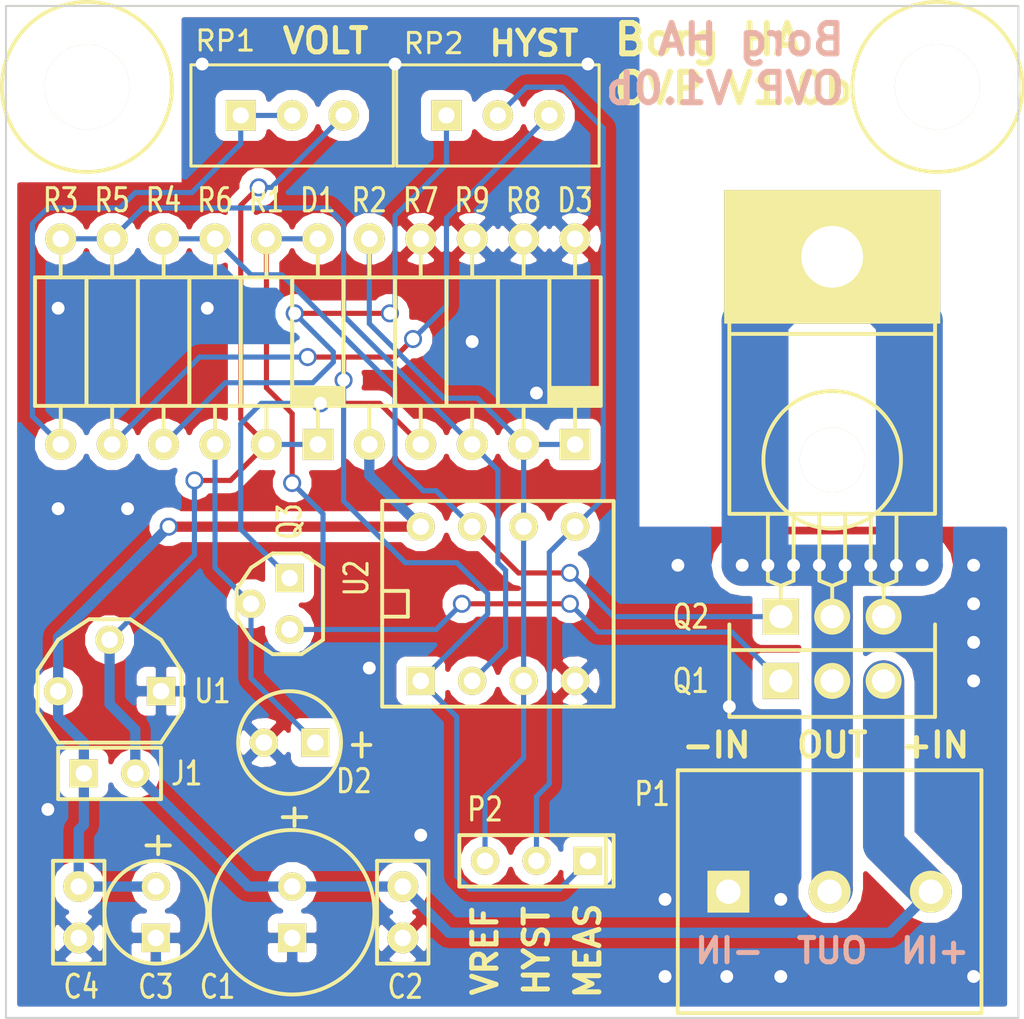
<source format=kicad_pcb>
(kicad_pcb (version 3) (host pcbnew "(25-Oct-2014 BZR 4029)-stable")

  (general
    (links 85)
    (no_connects 0)
    (area 49.452129 97.80875 100.547871 150.181)
    (thickness 1.6)
    (drawings 17)
    (tracks 189)
    (zones 0)
    (modules 61)
    (nets 15)
  )

  (page A4)
  (title_block 
    (title "Borg HA Overvoltage Protection")
    (rev V1.0b)
  )

  (layers
    (15 F.Cu signal)
    (0 B.Cu signal)
    (16 B.Adhes user)
    (17 F.Adhes user)
    (18 B.Paste user)
    (19 F.Paste user)
    (20 B.SilkS user)
    (21 F.SilkS user)
    (22 B.Mask user)
    (23 F.Mask user)
    (24 Dwgs.User user)
    (25 Cmts.User user)
    (26 Eco1.User user)
    (27 Eco2.User user)
    (28 Edge.Cuts user)
  )

  (setup
    (last_trace_width 2.032)
    (user_trace_width 0.254)
    (user_trace_width 0.508)
    (user_trace_width 1.27)
    (user_trace_width 2.032)
    (trace_clearance 0.254)
    (zone_clearance 0.508)
    (zone_45_only no)
    (trace_min 0.254)
    (segment_width 0.2)
    (edge_width 0.1)
    (via_size 0.889)
    (via_drill 0.635)
    (via_min_size 0.889)
    (via_min_drill 0.508)
    (uvia_size 0.508)
    (uvia_drill 0.127)
    (uvias_allowed no)
    (uvia_min_size 0.508)
    (uvia_min_drill 0.127)
    (pcb_text_width 0.3)
    (pcb_text_size 1.5 1.5)
    (mod_edge_width 0.15)
    (mod_text_size 1 1)
    (mod_text_width 0.15)
    (pad_size 1.778 1.778)
    (pad_drill 1.143)
    (pad_to_mask_clearance 0)
    (aux_axis_origin 0 0)
    (visible_elements 7FFFFFBF)
    (pcbplotparams
      (layerselection 284196865)
      (usegerberextensions true)
      (excludeedgelayer true)
      (linewidth 0.150000)
      (plotframeref false)
      (viasonmask false)
      (mode 1)
      (useauxorigin false)
      (hpglpennumber 1)
      (hpglpenspeed 20)
      (hpglpendiameter 15)
      (hpglpenoverlay 2)
      (psnegative false)
      (psa4output false)
      (plotreference true)
      (plotvalue true)
      (plotothertext true)
      (plotinvisibletext false)
      (padsonsilk false)
      (subtractmaskfromsilk false)
      (outputformat 1)
      (mirror false)
      (drillshape 0)
      (scaleselection 1)
      (outputdirectory production))
  )

  (net 0 "")
  (net 1 /+12V)
  (net 2 /+In)
  (net 3 /HYST)
  (net 4 /MEAS)
  (net 5 /Out)
  (net 6 /VREF)
  (net 7 GND)
  (net 8 N-000001)
  (net 9 N-0000010)
  (net 10 N-0000011)
  (net 11 N-000003)
  (net 12 N-000004)
  (net 13 N-000008)
  (net 14 N-000009)

  (net_class Default "This is the default net class."
    (clearance 0.254)
    (trace_width 0.254)
    (via_dia 0.889)
    (via_drill 0.635)
    (uvia_dia 0.508)
    (uvia_drill 0.127)
    (add_net "")
    (add_net /HYST)
    (add_net /MEAS)
    (add_net /Out)
    (add_net /VREF)
    (add_net N-000001)
    (add_net N-0000010)
    (add_net N-0000011)
    (add_net N-000003)
    (add_net N-000004)
    (add_net N-000008)
    (add_net N-000009)
  )

  (net_class Power ""
    (clearance 0.254)
    (trace_width 0.508)
    (via_dia 0.889)
    (via_drill 0.635)
    (uvia_dia 0.508)
    (uvia_drill 0.127)
    (add_net /+12V)
    (add_net /+In)
    (add_net GND)
  )

  (module Q_3_TO220_GDS_V (layer F.Cu) (tedit 56323374) (tstamp 5631AA21)
    (at 90.805 133.35)
    (descr "Module Q_3_TO220_GDS_V")
    (path /5630F3F1)
    (fp_text reference Q1 (at -6.985 0) (layer F.SilkS)
      (effects (font (size 1.143 0.889) (thickness 0.1524)))
    )
    (fp_text value IRF4905 (at 0 -4.064) (layer F.SilkS) hide
      (effects (font (size 1.524 1.143) (thickness 0.1905)))
    )
    (fp_line (start -5.08 -2.794) (end -5.08 1.778) (layer F.SilkS) (width 0.1905))
    (fp_line (start -5.08 1.778) (end 5.08 1.778) (layer F.SilkS) (width 0.1905))
    (fp_line (start 5.08 1.778) (end 5.08 -2.794) (layer F.SilkS) (width 0.1905))
    (fp_line (start 5.08 -1.524) (end -5.08 -1.524) (layer F.SilkS) (width 0.1905))
    (pad G thru_hole rect (at -2.54 0) (size 1.778 1.778) (drill 1.143)
      (layers *.Cu *.Mask F.SilkS)
      (net 14 N-000009)
    )
    (pad D thru_hole circle (at 0 0) (size 1.778 1.778) (drill 1.143)
      (layers *.Cu *.Mask F.SilkS)
      (net 5 /Out)
    )
    (pad S thru_hole circle (at 2.54 0) (size 1.778 1.778) (drill 1.143)
      (layers *.Cu *.Mask F.SilkS)
      (net 2 /+In)
    )
  )

  (module U_8_DIP300 (layer F.Cu) (tedit 56323356) (tstamp 5631A67A)
    (at 74.295 129.54)
    (descr "Module DIP 8 Pins, 300x300")
    (tags DIP)
    (path /5630F3C2)
    (fp_text reference U2 (at -6.985 -1.27 90) (layer F.SilkS)
      (effects (font (size 1.143 0.889) (thickness 0.1524)))
    )
    (fp_text value TL072 (at 1.905 1.27) (layer F.SilkS) hide
      (effects (font (size 1.524 1.143) (thickness 0.1905)))
    )
    (fp_line (start -5.715 -5.08) (end 5.715 -5.08) (layer F.SilkS) (width 0.1905))
    (fp_line (start 5.715 -5.08) (end 5.715 5.08) (layer F.SilkS) (width 0.1905))
    (fp_line (start 5.715 5.08) (end -5.715 5.08) (layer F.SilkS) (width 0.1905))
    (fp_line (start -5.715 5.08) (end -5.715 -5.08) (layer F.SilkS) (width 0.1905))
    (fp_line (start -5.715 -0.635) (end -4.445 -0.635) (layer F.SilkS) (width 0.1905))
    (fp_line (start -4.445 -0.635) (end -4.445 0.635) (layer F.SilkS) (width 0.1905))
    (fp_line (start -4.445 0.635) (end -5.715 0.635) (layer F.SilkS) (width 0.1905))
    (pad 1 thru_hole rect (at -3.81 3.81) (size 1.397 1.397) (drill 0.8128)
      (layers *.Cu *.Mask F.SilkS)
      (net 4 /MEAS)
    )
    (pad 2 thru_hole circle (at -1.27 3.81) (size 1.397 1.397) (drill 0.8128)
      (layers *.Cu *.Mask F.SilkS)
      (net 13 N-000008)
    )
    (pad 3 thru_hole circle (at 1.27 3.81) (size 1.397 1.397) (drill 0.8128)
      (layers *.Cu *.Mask F.SilkS)
      (net 6 /VREF)
    )
    (pad 4 thru_hole circle (at 3.81 3.81) (size 1.397 1.397) (drill 0.8128)
      (layers *.Cu *.Mask F.SilkS)
      (net 7 GND)
    )
    (pad 5 thru_hole circle (at 3.81 -3.81) (size 1.397 1.397) (drill 0.8128)
      (layers *.Cu *.Mask F.SilkS)
      (net 3 /HYST)
    )
    (pad 6 thru_hole circle (at 1.27 -3.81) (size 1.397 1.397) (drill 0.8128)
      (layers *.Cu *.Mask F.SilkS)
      (net 6 /VREF)
    )
    (pad 7 thru_hole circle (at -1.27 -3.81) (size 1.397 1.397) (drill 0.8128)
      (layers *.Cu *.Mask F.SilkS)
      (net 11 N-000003)
    )
    (pad 8 thru_hole circle (at -3.81 -3.81) (size 1.397 1.397) (drill 0.8128)
      (layers *.Cu *.Mask F.SilkS)
      (net 1 /+12V)
    )
  )

  (module U_3_TO92_GIO (layer F.Cu) (tedit 5632333E) (tstamp 5631A68B)
    (at 55.118 133.858)
    (descr "Module U_3_TO92_GIO")
    (path /56310A53)
    (fp_text reference U1 (at 5.08 0) (layer F.SilkS)
      (effects (font (size 1.143 0.889) (thickness 0.1524)))
    )
    (fp_text value 78L12 (at 0 -4.826) (layer F.SilkS) hide
      (effects (font (size 1.524 1.143) (thickness 0.1905)))
    )
    (fp_line (start 2.54 2.54) (end 3.556 1.016) (layer F.SilkS) (width 0.1905))
    (fp_line (start 3.556 1.016) (end 3.556 -1.016) (layer F.SilkS) (width 0.1905))
    (fp_line (start 3.556 -1.016) (end 2.54 -2.54) (layer F.SilkS) (width 0.1905))
    (fp_line (start 2.54 -2.54) (end 1.016 -3.556) (layer F.SilkS) (width 0.1905))
    (fp_line (start 1.016 -3.556) (end -1.016 -3.556) (layer F.SilkS) (width 0.1905))
    (fp_line (start -1.016 -3.556) (end -2.54 -2.54) (layer F.SilkS) (width 0.1905))
    (fp_line (start -2.54 -2.54) (end -3.556 -1.016) (layer F.SilkS) (width 0.1905))
    (fp_line (start -3.556 -1.016) (end -3.556 1.016) (layer F.SilkS) (width 0.1905))
    (fp_line (start -3.556 1.016) (end -2.54 2.54) (layer F.SilkS) (width 0.1905))
    (fp_line (start -2.54 2.54) (end 2.54 2.54) (layer F.SilkS) (width 0.1905))
    (pad G thru_hole rect (at 2.54 0) (size 1.397 1.397) (drill 0.8128)
      (layers *.Cu *.Mask F.SilkS)
      (net 7 GND)
    )
    (pad I thru_hole circle (at 0 -2.54) (size 1.397 1.397) (drill 0.8128)
      (layers *.Cu *.Mask F.SilkS)
      (net 2 /+In)
    )
    (pad O thru_hole circle (at -2.54 0) (size 1.397 1.397) (drill 0.8128)
      (layers *.Cu *.Mask F.SilkS)
      (net 1 /+12V)
    )
  )

  (module R_L400_W100 (layer F.Cu) (tedit 5631EC6B) (tstamp 5631A697)
    (at 75.565 116.586 270)
    (descr "Module R_L400_W100, length 400 width 100")
    (path /5631059F)
    (fp_text reference R8 (at -6.985 0 360) (layer F.SilkS)
      (effects (font (size 1.143 0.889) (thickness 0.1524)))
    )
    (fp_text value 10k (at 0 -2.54 270) (layer F.SilkS) hide
      (effects (font (size 1.524 1.143) (thickness 0.1905)))
    )
    (fp_line (start -3.175 1.27) (end 3.175 1.27) (layer F.SilkS) (width 0.1905))
    (fp_line (start 3.175 1.27) (end 3.175 -1.27) (layer F.SilkS) (width 0.1905))
    (fp_line (start 3.175 -1.27) (end -3.175 -1.27) (layer F.SilkS) (width 0.1905))
    (fp_line (start -3.175 -1.27) (end -3.175 1.27) (layer F.SilkS) (width 0.1905))
    (fp_line (start -5.08 0) (end -3.175 0) (layer F.SilkS) (width 0.1905))
    (fp_line (start 5.08 0) (end 3.175 0) (layer F.SilkS) (width 0.1905))
    (pad 1 thru_hole circle (at 5.08 0 270) (size 1.524 1.524) (drill 0.8128)
      (layers *.Cu *.Mask F.SilkS)
      (net 6 /VREF)
    )
    (pad 2 thru_hole circle (at -5.08 0 270) (size 1.524 1.524) (drill 0.8128)
      (layers *.Cu *.Mask F.SilkS)
      (net 7 GND)
    )
  )

  (module R_L400_W100 (layer F.Cu) (tedit 5631ED27) (tstamp 5631A6A3)
    (at 52.705 116.586 270)
    (descr "Module R_L400_W100, length 400 width 100")
    (path /56317CD1)
    (fp_text reference R3 (at -6.985 0 360) (layer F.SilkS)
      (effects (font (size 1.143 0.889) (thickness 0.1524)))
    )
    (fp_text value 15k (at 0 -2.54 270) (layer F.SilkS) hide
      (effects (font (size 1.524 1.143) (thickness 0.1905)))
    )
    (fp_line (start -3.175 1.27) (end 3.175 1.27) (layer F.SilkS) (width 0.1905))
    (fp_line (start 3.175 1.27) (end 3.175 -1.27) (layer F.SilkS) (width 0.1905))
    (fp_line (start 3.175 -1.27) (end -3.175 -1.27) (layer F.SilkS) (width 0.1905))
    (fp_line (start -3.175 -1.27) (end -3.175 1.27) (layer F.SilkS) (width 0.1905))
    (fp_line (start -5.08 0) (end -3.175 0) (layer F.SilkS) (width 0.1905))
    (fp_line (start 5.08 0) (end 3.175 0) (layer F.SilkS) (width 0.1905))
    (pad 1 thru_hole circle (at 5.08 0 270) (size 1.524 1.524) (drill 0.8128)
      (layers *.Cu *.Mask F.SilkS)
      (net 12 N-000004)
    )
    (pad 2 thru_hole circle (at -5.08 0 270) (size 1.524 1.524) (drill 0.8128)
      (layers *.Cu *.Mask F.SilkS)
      (net 13 N-000008)
    )
  )

  (module R_L400_W100 (layer F.Cu) (tedit 5631ECD2) (tstamp 5631A6AF)
    (at 67.945 116.586 270)
    (descr "Module R_L400_W100, length 400 width 100")
    (path /563105A5)
    (fp_text reference R2 (at -6.985 0 360) (layer F.SilkS)
      (effects (font (size 1.143 0.889) (thickness 0.1524)))
    )
    (fp_text value 10k (at 0 -2.54 270) (layer F.SilkS) hide
      (effects (font (size 1.524 1.143) (thickness 0.1905)))
    )
    (fp_line (start -3.175 1.27) (end 3.175 1.27) (layer F.SilkS) (width 0.1905))
    (fp_line (start 3.175 1.27) (end 3.175 -1.27) (layer F.SilkS) (width 0.1905))
    (fp_line (start 3.175 -1.27) (end -3.175 -1.27) (layer F.SilkS) (width 0.1905))
    (fp_line (start -3.175 -1.27) (end -3.175 1.27) (layer F.SilkS) (width 0.1905))
    (fp_line (start -5.08 0) (end -3.175 0) (layer F.SilkS) (width 0.1905))
    (fp_line (start 5.08 0) (end 3.175 0) (layer F.SilkS) (width 0.1905))
    (pad 1 thru_hole circle (at 5.08 0 270) (size 1.524 1.524) (drill 0.8128)
      (layers *.Cu *.Mask F.SilkS)
      (net 1 /+12V)
    )
    (pad 2 thru_hole circle (at -5.08 0 270) (size 1.524 1.524) (drill 0.8128)
      (layers *.Cu *.Mask F.SilkS)
      (net 6 /VREF)
    )
  )

  (module R_L400_W100 (layer F.Cu) (tedit 5631ECE2) (tstamp 5631A6BB)
    (at 62.865 116.586 270)
    (descr "Module R_L400_W100, length 400 width 100")
    (path /5630F034)
    (fp_text reference R1 (at -6.985 0 360) (layer F.SilkS)
      (effects (font (size 1.143 0.889) (thickness 0.1524)))
    )
    (fp_text value 10k (at 0 -2.54 270) (layer F.SilkS) hide
      (effects (font (size 1.524 1.143) (thickness 0.1905)))
    )
    (fp_line (start -3.175 1.27) (end 3.175 1.27) (layer F.SilkS) (width 0.1905))
    (fp_line (start 3.175 1.27) (end 3.175 -1.27) (layer F.SilkS) (width 0.1905))
    (fp_line (start 3.175 -1.27) (end -3.175 -1.27) (layer F.SilkS) (width 0.1905))
    (fp_line (start -3.175 -1.27) (end -3.175 1.27) (layer F.SilkS) (width 0.1905))
    (fp_line (start -5.08 0) (end -3.175 0) (layer F.SilkS) (width 0.1905))
    (fp_line (start 5.08 0) (end 3.175 0) (layer F.SilkS) (width 0.1905))
    (pad 1 thru_hole circle (at 5.08 0 270) (size 1.524 1.524) (drill 0.8128)
      (layers *.Cu *.Mask F.SilkS)
      (net 2 /+In)
    )
    (pad 2 thru_hole circle (at -5.08 0 270) (size 1.524 1.524) (drill 0.8128)
      (layers *.Cu *.Mask F.SilkS)
      (net 14 N-000009)
    )
  )

  (module R_L400_W100 (layer F.Cu) (tedit 5631ECF2) (tstamp 5631A6C7)
    (at 57.785 116.586 90)
    (descr "Module R_L400_W100, length 400 width 100")
    (path /563100D1)
    (fp_text reference R4 (at 6.985 0 180) (layer F.SilkS)
      (effects (font (size 1.143 0.889) (thickness 0.1524)))
    )
    (fp_text value 56k (at 0 -2.54 90) (layer F.SilkS) hide
      (effects (font (size 1.524 1.143) (thickness 0.1905)))
    )
    (fp_line (start -3.175 1.27) (end 3.175 1.27) (layer F.SilkS) (width 0.1905))
    (fp_line (start 3.175 1.27) (end 3.175 -1.27) (layer F.SilkS) (width 0.1905))
    (fp_line (start 3.175 -1.27) (end -3.175 -1.27) (layer F.SilkS) (width 0.1905))
    (fp_line (start -3.175 -1.27) (end -3.175 1.27) (layer F.SilkS) (width 0.1905))
    (fp_line (start -5.08 0) (end -3.175 0) (layer F.SilkS) (width 0.1905))
    (fp_line (start 5.08 0) (end 3.175 0) (layer F.SilkS) (width 0.1905))
    (pad 1 thru_hole circle (at 5.08 0 90) (size 1.524 1.524) (drill 0.8128)
      (layers *.Cu *.Mask F.SilkS)
      (net 11 N-000003)
    )
    (pad 2 thru_hole circle (at -5.08 0 90) (size 1.524 1.524) (drill 0.8128)
      (layers *.Cu *.Mask F.SilkS)
      (net 8 N-000001)
    )
  )

  (module R_L400_W100 (layer F.Cu) (tedit 5631ED16) (tstamp 5631A6D3)
    (at 55.245 116.586 270)
    (descr "Module R_L400_W100, length 400 width 100")
    (path /5630FFCD)
    (fp_text reference R5 (at -6.985 0 360) (layer F.SilkS)
      (effects (font (size 1.143 0.889) (thickness 0.1524)))
    )
    (fp_text value 120k (at 0 -2.54 270) (layer F.SilkS) hide
      (effects (font (size 1.524 1.143) (thickness 0.1905)))
    )
    (fp_line (start -3.175 1.27) (end 3.175 1.27) (layer F.SilkS) (width 0.1905))
    (fp_line (start 3.175 1.27) (end 3.175 -1.27) (layer F.SilkS) (width 0.1905))
    (fp_line (start 3.175 -1.27) (end -3.175 -1.27) (layer F.SilkS) (width 0.1905))
    (fp_line (start -3.175 -1.27) (end -3.175 1.27) (layer F.SilkS) (width 0.1905))
    (fp_line (start -5.08 0) (end -3.175 0) (layer F.SilkS) (width 0.1905))
    (fp_line (start 5.08 0) (end 3.175 0) (layer F.SilkS) (width 0.1905))
    (pad 1 thru_hole circle (at 5.08 0 270) (size 1.524 1.524) (drill 0.8128)
      (layers *.Cu *.Mask F.SilkS)
      (net 4 /MEAS)
    )
    (pad 2 thru_hole circle (at -5.08 0 270) (size 1.524 1.524) (drill 0.8128)
      (layers *.Cu *.Mask F.SilkS)
      (net 13 N-000008)
    )
  )

  (module R_L400_W100 (layer F.Cu) (tedit 5631EC98) (tstamp 5631A6DF)
    (at 73.025 116.586 270)
    (descr "Module R_L400_W100, length 400 width 100")
    (path /5630F98D)
    (fp_text reference R9 (at -6.985 0 360) (layer F.SilkS)
      (effects (font (size 1.143 0.889) (thickness 0.1524)))
    )
    (fp_text value 18k (at 0 -2.54 270) (layer F.SilkS) hide
      (effects (font (size 1.524 1.143) (thickness 0.1905)))
    )
    (fp_line (start -3.175 1.27) (end 3.175 1.27) (layer F.SilkS) (width 0.1905))
    (fp_line (start 3.175 1.27) (end 3.175 -1.27) (layer F.SilkS) (width 0.1905))
    (fp_line (start 3.175 -1.27) (end -3.175 -1.27) (layer F.SilkS) (width 0.1905))
    (fp_line (start -3.175 -1.27) (end -3.175 1.27) (layer F.SilkS) (width 0.1905))
    (fp_line (start -5.08 0) (end -3.175 0) (layer F.SilkS) (width 0.1905))
    (fp_line (start 5.08 0) (end 3.175 0) (layer F.SilkS) (width 0.1905))
    (pad 1 thru_hole circle (at 5.08 0 270) (size 1.524 1.524) (drill 0.8128)
      (layers *.Cu *.Mask F.SilkS)
      (net 13 N-000008)
    )
    (pad 2 thru_hole circle (at -5.08 0 270) (size 1.524 1.524) (drill 0.8128)
      (layers *.Cu *.Mask F.SilkS)
      (net 7 GND)
    )
  )

  (module R_L400_W100 (layer F.Cu) (tedit 5631ECA5) (tstamp 5631A6EB)
    (at 70.485 116.586 270)
    (descr "Module R_L400_W100, length 400 width 100")
    (path /5630F6CD)
    (fp_text reference R7 (at -6.985 0 360) (layer F.SilkS)
      (effects (font (size 1.143 0.889) (thickness 0.1524)))
    )
    (fp_text value 1.2k (at 0 -2.54 270) (layer F.SilkS) hide
      (effects (font (size 1.524 1.143) (thickness 0.1905)))
    )
    (fp_line (start -3.175 1.27) (end 3.175 1.27) (layer F.SilkS) (width 0.1905))
    (fp_line (start 3.175 1.27) (end 3.175 -1.27) (layer F.SilkS) (width 0.1905))
    (fp_line (start 3.175 -1.27) (end -3.175 -1.27) (layer F.SilkS) (width 0.1905))
    (fp_line (start -3.175 -1.27) (end -3.175 1.27) (layer F.SilkS) (width 0.1905))
    (fp_line (start -5.08 0) (end -3.175 0) (layer F.SilkS) (width 0.1905))
    (fp_line (start 5.08 0) (end 3.175 0) (layer F.SilkS) (width 0.1905))
    (pad 1 thru_hole circle (at 5.08 0 270) (size 1.524 1.524) (drill 0.8128)
      (layers *.Cu *.Mask F.SilkS)
      (net 10 N-0000011)
    )
    (pad 2 thru_hole circle (at -5.08 0 270) (size 1.524 1.524) (drill 0.8128)
      (layers *.Cu *.Mask F.SilkS)
      (net 7 GND)
    )
  )

  (module R_L400_W100 (layer F.Cu) (tedit 5631ED07) (tstamp 5631A6F7)
    (at 60.325 116.586 270)
    (descr "Module R_L400_W100, length 400 width 100")
    (path /5630F692)
    (fp_text reference R6 (at -6.985 0 360) (layer F.SilkS)
      (effects (font (size 1.143 0.889) (thickness 0.1524)))
    )
    (fp_text value 1k (at 0 -2.54 270) (layer F.SilkS) hide
      (effects (font (size 1.524 1.143) (thickness 0.1905)))
    )
    (fp_line (start -3.175 1.27) (end 3.175 1.27) (layer F.SilkS) (width 0.1905))
    (fp_line (start 3.175 1.27) (end 3.175 -1.27) (layer F.SilkS) (width 0.1905))
    (fp_line (start 3.175 -1.27) (end -3.175 -1.27) (layer F.SilkS) (width 0.1905))
    (fp_line (start -3.175 -1.27) (end -3.175 1.27) (layer F.SilkS) (width 0.1905))
    (fp_line (start -5.08 0) (end -3.175 0) (layer F.SilkS) (width 0.1905))
    (fp_line (start 5.08 0) (end 3.175 0) (layer F.SilkS) (width 0.1905))
    (pad 1 thru_hole circle (at 5.08 0 270) (size 1.524 1.524) (drill 0.8128)
      (layers *.Cu *.Mask F.SilkS)
      (net 9 N-0000010)
    )
    (pad 2 thru_hole circle (at -5.08 0 270) (size 1.524 1.524) (drill 0.8128)
      (layers *.Cu *.Mask F.SilkS)
      (net 11 N-000003)
    )
  )

  (module Q_3_TO92_SM_EBC (layer F.Cu) (tedit 5632334B) (tstamp 5631A708)
    (at 64.008 129.54 90)
    (descr "Module Q_3_TO92_SM_EBC")
    (path /5630F6C0)
    (fp_text reference Q3 (at 4.064 0 90) (layer F.SilkS)
      (effects (font (size 1.143 0.889) (thickness 0.1524)))
    )
    (fp_text value 2N3904 (at 0 -3.8862 90) (layer F.SilkS) hide
      (effects (font (size 1.524 1.143) (thickness 0.1905)))
    )
    (fp_line (start 1.778 1.651) (end 2.4892 0.5842) (layer F.SilkS) (width 0.1905))
    (fp_line (start 2.4892 0.5842) (end 2.4892 -0.8382) (layer F.SilkS) (width 0.1905))
    (fp_line (start 2.4892 -0.8382) (end 1.778 -1.905) (layer F.SilkS) (width 0.1905))
    (fp_line (start 1.778 -1.905) (end 0.7112 -2.6162) (layer F.SilkS) (width 0.1905))
    (fp_line (start 0.7112 -2.6162) (end -0.7112 -2.6162) (layer F.SilkS) (width 0.1905))
    (fp_line (start -0.7112 -2.6162) (end -1.778 -1.905) (layer F.SilkS) (width 0.1905))
    (fp_line (start -1.778 -1.905) (end -2.4892 -0.8382) (layer F.SilkS) (width 0.1905))
    (fp_line (start -2.4892 -0.8382) (end -2.4892 0.5842) (layer F.SilkS) (width 0.1905))
    (fp_line (start -2.4892 0.5842) (end -1.778 1.651) (layer F.SilkS) (width 0.1905))
    (fp_line (start -1.778 1.651) (end 1.778 1.651) (layer F.SilkS) (width 0.1905))
    (pad E thru_hole rect (at 1.27 0 90) (size 1.397 1.397) (drill 0.8128)
      (layers *.Cu *.Mask F.SilkS)
      (net 10 N-0000011)
    )
    (pad B thru_hole circle (at 0 -1.905 90) (size 1.397 1.397) (drill 0.8128)
      (layers *.Cu *.Mask F.SilkS)
      (net 9 N-0000010)
    )
    (pad C thru_hole circle (at -1.27 0 90) (size 1.397 1.397) (drill 0.8128)
      (layers *.Cu *.Mask F.SilkS)
      (net 14 N-000009)
    )
  )

  (module P_3_SCRTERM_5M (layer F.Cu) (tedit 5632D76B) (tstamp 5631A74B)
    (at 90.678 143.764)
    (descr "Module P_3_SCRTERM_5M, screw terminal 3 pins 5M")
    (path /5630F3E5)
    (fp_text reference P1 (at -8.763 -4.826) (layer F.SilkS)
      (effects (font (size 1.143 0.889) (thickness 0.1524)))
    )
    (fp_text value CONN_3 (at -0.635 -6.985) (layer F.SilkS) hide
      (effects (font (size 1.524 1.143) (thickness 0.1905)))
    )
    (fp_line (start -7.49808 5.99948) (end 7.49808 5.99948) (layer F.SilkS) (width 0.1905))
    (fp_line (start 7.49808 5.99948) (end 7.49808 -5.99948) (layer F.SilkS) (width 0.1905))
    (fp_line (start 7.49808 -5.99948) (end -7.49808 -5.99948) (layer F.SilkS) (width 0.1905))
    (fp_line (start -7.49808 -5.99948) (end -7.49808 5.99948) (layer F.SilkS) (width 0.1905))
    (pad 1 thru_hole rect (at -4.99872 0) (size 2.0701 2.0701) (drill 1.2065)
      (layers *.Cu *.Mask F.SilkS)
      (net 7 GND)
      (zone_connect 2)
    )
    (pad 2 thru_hole circle (at 0 0) (size 2.0701 2.0701) (drill 1.2065)
      (layers *.Cu *.Mask F.SilkS)
      (net 5 /Out)
    )
    (pad 3 thru_hole circle (at 4.99872 0) (size 2.0701 2.0701) (drill 1.2065)
      (layers *.Cu *.Mask F.SilkS)
      (net 2 /+In)
    )
  )

  (module P_3_PIN_100 (layer F.Cu) (tedit 56323362) (tstamp 5631A757)
    (at 76.2 142.24 180)
    (descr "Module P_3_PIN_100, 3 pins 100")
    (path /5631A08A)
    (fp_text reference P2 (at 2.54 2.54 180) (layer F.SilkS)
      (effects (font (size 1.143 0.889) (thickness 0.1524)))
    )
    (fp_text value TESTPOINT (at -3.81 2.54 180) (layer F.SilkS) hide
      (effects (font (size 1.524 1.143) (thickness 0.1905)))
    )
    (fp_line (start -3.81 1.27) (end 3.81 1.27) (layer F.SilkS) (width 0.1905))
    (fp_line (start 3.81 1.27) (end 3.81 -1.27) (layer F.SilkS) (width 0.1905))
    (fp_line (start 3.81 -1.27) (end -3.81 -1.27) (layer F.SilkS) (width 0.1905))
    (fp_line (start -3.81 -1.27) (end -3.81 1.27) (layer F.SilkS) (width 0.1905))
    (fp_line (start -3.429 1.27) (end -3.429 -1.27) (layer F.SilkS) (width 0.1905))
    (pad 1 thru_hole rect (at -2.54 0 180) (size 1.397 1.397) (drill 0.8128)
      (layers *.Cu *.Mask F.SilkS)
      (net 4 /MEAS)
    )
    (pad 2 thru_hole circle (at 0 0 180) (size 1.397 1.397) (drill 0.8128)
      (layers *.Cu *.Mask F.SilkS)
      (net 3 /HYST)
    )
    (pad 3 thru_hole circle (at 2.54 0 180) (size 1.397 1.397) (drill 0.8128)
      (layers *.Cu *.Mask F.SilkS)
      (net 6 /VREF)
    )
  )

  (module J_2_TH100I (layer F.Cu) (tedit 56323333) (tstamp 5631A779)
    (at 55.118 137.922)
    (descr "Module Jumper 2 Pins, 100I")
    (tags DIP)
    (path /56318B7E)
    (fp_text reference J1 (at 3.81 0) (layer F.SilkS)
      (effects (font (size 1.143 0.889) (thickness 0.1524)))
    )
    (fp_text value JUMPER (at 0 -2.54) (layer F.SilkS) hide
      (effects (font (size 1.524 1.143) (thickness 0.1905)))
    )
    (fp_line (start 2.54 1.27) (end -2.54 1.27) (layer F.SilkS) (width 0.1905))
    (fp_line (start -2.54 1.27) (end -2.54 -1.27) (layer F.SilkS) (width 0.1905))
    (fp_line (start -2.54 -1.27) (end 2.54 -1.27) (layer F.SilkS) (width 0.1905))
    (fp_line (start 2.54 -1.27) (end 2.54 1.27) (layer F.SilkS) (width 0.1905))
    (pad 1 thru_hole rect (at -1.27 0) (size 1.397 1.397) (drill 0.8128)
      (layers *.Cu *.Mask F.SilkS)
      (net 1 /+12V)
    )
    (pad 2 thru_hole circle (at 1.27 0) (size 1.397 1.397) (drill 0.8128)
      (layers *.Cu *.Mask F.SilkS)
      (net 2 /+In)
    )
  )

  (module D_LED_5MM (layer F.Cu) (tedit 5631EE5C) (tstamp 5631A781)
    (at 64.008 136.398 180)
    (descr "Module D_LED_5MM, distance 100 diameter 200")
    (path /5630F6B1)
    (fp_text reference D2 (at -3.175 -1.905 180) (layer F.SilkS)
      (effects (font (size 1.143 0.889) (thickness 0.1524)))
    )
    (fp_text value LED (at 0 -2.667 180) (layer F.SilkS) hide
      (effects (font (size 1.524 1.143) (thickness 0.1905)))
    )
    (fp_text user + (at -3.556 0 180) (layer F.SilkS)
      (effects (font (size 1.524 1.143) (thickness 0.1905)))
    )
    (fp_circle (center 0 0) (end 2.54 0) (layer F.SilkS) (width 0.1905))
    (pad 1 thru_hole rect (at -1.27 0 180) (size 1.397 1.397) (drill 0.8128)
      (layers *.Cu *.Mask F.SilkS)
      (net 9 N-0000010)
    )
    (pad 2 thru_hole circle (at 1.27 0 180) (size 1.397 1.397) (drill 0.8128)
      (layers *.Cu *.Mask F.SilkS)
      (net 7 GND)
    )
  )

  (module D_L400_W100 (layer F.Cu) (tedit 5631EC7F) (tstamp 5631A792)
    (at 78.105 116.586 270)
    (descr "Module D_L400_W100, length 400 width 100")
    (path /56317DB9)
    (fp_text reference D3 (at -6.985 0 360) (layer F.SilkS)
      (effects (font (size 1.143 0.889) (thickness 0.1524)))
    )
    (fp_text value 6V (at 0 -2.54 270) (layer F.SilkS) hide
      (effects (font (size 1.524 1.143) (thickness 0.1905)))
    )
    (fp_line (start -3.175 1.27) (end 3.175 1.27) (layer F.SilkS) (width 0.1905))
    (fp_line (start 3.175 1.27) (end 3.175 -1.27) (layer F.SilkS) (width 0.1905))
    (fp_line (start 3.175 -1.27) (end -3.175 -1.27) (layer F.SilkS) (width 0.1905))
    (fp_line (start -3.175 -1.27) (end -3.175 1.27) (layer F.SilkS) (width 0.1905))
    (fp_line (start -5.08 0) (end -3.175 0) (layer F.SilkS) (width 0.1905))
    (fp_line (start 5.08 0) (end 3.175 0) (layer F.SilkS) (width 0.1905))
    (fp_line (start 2.9972 1.27) (end 2.9972 -1.27) (layer F.SilkS) (width 0.1905))
    (fp_line (start 2.8194 1.27) (end 2.8194 -1.27) (layer F.SilkS) (width 0.1905))
    (fp_line (start 2.6416 1.27) (end 2.6416 -1.27) (layer F.SilkS) (width 0.1905))
    (fp_line (start 2.4638 1.27) (end 2.4638 -1.27) (layer F.SilkS) (width 0.1905))
    (fp_line (start 2.286 1.27) (end 2.286 -1.27) (layer F.SilkS) (width 0.1905))
    (pad 1 thru_hole rect (at 5.08 0 270) (size 1.524 1.524) (drill 0.8128)
      (layers *.Cu *.Mask F.SilkS)
      (net 6 /VREF)
    )
    (pad 2 thru_hole circle (at -5.08 0 270) (size 1.524 1.524) (drill 0.8128)
      (layers *.Cu *.Mask F.SilkS)
      (net 7 GND)
    )
  )

  (module D_L400_W100 (layer F.Cu) (tedit 5631ECCB) (tstamp 5631A7A3)
    (at 65.405 116.586 270)
    (descr "Module D_L400_W100, length 400 width 100")
    (path /5630F52B)
    (fp_text reference D1 (at -6.985 0 360) (layer F.SilkS)
      (effects (font (size 1.143 0.889) (thickness 0.1524)))
    )
    (fp_text value 10V (at 0 -2.54 270) (layer F.SilkS) hide
      (effects (font (size 1.524 1.143) (thickness 0.1905)))
    )
    (fp_line (start -3.175 1.27) (end 3.175 1.27) (layer F.SilkS) (width 0.1905))
    (fp_line (start 3.175 1.27) (end 3.175 -1.27) (layer F.SilkS) (width 0.1905))
    (fp_line (start 3.175 -1.27) (end -3.175 -1.27) (layer F.SilkS) (width 0.1905))
    (fp_line (start -3.175 -1.27) (end -3.175 1.27) (layer F.SilkS) (width 0.1905))
    (fp_line (start -5.08 0) (end -3.175 0) (layer F.SilkS) (width 0.1905))
    (fp_line (start 5.08 0) (end 3.175 0) (layer F.SilkS) (width 0.1905))
    (fp_line (start 2.9972 1.27) (end 2.9972 -1.27) (layer F.SilkS) (width 0.1905))
    (fp_line (start 2.8194 1.27) (end 2.8194 -1.27) (layer F.SilkS) (width 0.1905))
    (fp_line (start 2.6416 1.27) (end 2.6416 -1.27) (layer F.SilkS) (width 0.1905))
    (fp_line (start 2.4638 1.27) (end 2.4638 -1.27) (layer F.SilkS) (width 0.1905))
    (fp_line (start 2.286 1.27) (end 2.286 -1.27) (layer F.SilkS) (width 0.1905))
    (pad 1 thru_hole rect (at 5.08 0 270) (size 1.524 1.524) (drill 0.8128)
      (layers *.Cu *.Mask F.SilkS)
      (net 2 /+In)
    )
    (pad 2 thru_hole circle (at -5.08 0 270) (size 1.524 1.524) (drill 0.8128)
      (layers *.Cu *.Mask F.SilkS)
      (net 14 N-000009)
    )
  )

  (module CP_W100_D320 (layer F.Cu) (tedit 5632325A) (tstamp 5631A7AB)
    (at 64.135 144.78 90)
    (descr "Module CP_W100_D320, distance 100 diameter 320")
    (path /56310E15)
    (fp_text reference C1 (at -3.683 -3.683 180) (layer F.SilkS)
      (effects (font (size 1.143 0.889) (thickness 0.1524)))
    )
    (fp_text value CPOL (at 0 -2.667 90) (layer F.SilkS) hide
      (effects (font (size 1.524 1.143) (thickness 0.1905)))
    )
    (fp_text user + (at 4.699 0 90) (layer F.SilkS)
      (effects (font (size 1.524 1.143) (thickness 0.1905)))
    )
    (fp_circle (center 0 0) (end 4.064 0) (layer F.SilkS) (width 0.1905))
    (pad 1 thru_hole rect (at -1.27 0 90) (size 1.397 1.397) (drill 0.8128)
      (layers *.Cu *.Mask F.SilkS)
      (net 7 GND)
    )
    (pad 2 thru_hole circle (at 1.27 0 90) (size 1.397 1.397) (drill 0.8128)
      (layers *.Cu *.Mask F.SilkS)
      (net 2 /+In)
    )
  )

  (module CP_W100_D200 (layer F.Cu) (tedit 56323255) (tstamp 5631A7B3)
    (at 57.404 144.78 90)
    (descr "Module CP_W100_D200, distance 100 diameter 200")
    (path /56310A65)
    (fp_text reference C3 (at -3.683 0 180) (layer F.SilkS)
      (effects (font (size 1.143 0.889) (thickness 0.1524)))
    )
    (fp_text value CPOL (at 0 -2.667 90) (layer F.SilkS) hide
      (effects (font (size 1.524 1.143) (thickness 0.1905)))
    )
    (fp_text user + (at 3.302 0 90) (layer F.SilkS)
      (effects (font (size 1.524 1.143) (thickness 0.1905)))
    )
    (fp_circle (center 0 0) (end 2.54 0) (layer F.SilkS) (width 0.1905))
    (pad 1 thru_hole rect (at -1.27 0 90) (size 1.397 1.397) (drill 0.8128)
      (layers *.Cu *.Mask F.SilkS)
      (net 7 GND)
    )
    (pad 2 thru_hole circle (at 1.27 0 90) (size 1.397 1.397) (drill 0.8128)
      (layers *.Cu *.Mask F.SilkS)
      (net 1 /+12V)
    )
  )

  (module C_L100_W100 (layer F.Cu) (tedit 5632324D) (tstamp 5631A7BD)
    (at 69.596 144.78 90)
    (descr "Module C_L100_W100, length 100 width 100")
    (path /56310A7F)
    (fp_text reference C2 (at -3.683 0.127 180) (layer F.SilkS)
      (effects (font (size 1.143 0.889) (thickness 0.1524)))
    )
    (fp_text value 100n (at 0 -2.54 90) (layer F.SilkS) hide
      (effects (font (size 1.524 1.143) (thickness 0.1905)))
    )
    (fp_line (start -2.54 1.27) (end 2.54 1.27) (layer F.SilkS) (width 0.1905))
    (fp_line (start 2.54 1.27) (end 2.54 -1.27) (layer F.SilkS) (width 0.1905))
    (fp_line (start 2.54 -1.27) (end -2.54 -1.27) (layer F.SilkS) (width 0.1905))
    (fp_line (start -2.54 -1.27) (end -2.54 1.27) (layer F.SilkS) (width 0.1905))
    (pad 1 thru_hole circle (at 1.27 0 90) (size 1.524 1.524) (drill 0.8128)
      (layers *.Cu *.Mask F.SilkS)
      (net 2 /+In)
    )
    (pad 2 thru_hole circle (at -1.27 0 90) (size 1.524 1.524) (drill 0.8128)
      (layers *.Cu *.Mask F.SilkS)
      (net 7 GND)
    )
  )

  (module C_L100_W100 (layer F.Cu) (tedit 56323240) (tstamp 5631A7C7)
    (at 53.594 144.78 90)
    (descr "Module C_L100_W100, length 100 width 100")
    (path /56310A5F)
    (fp_text reference C4 (at -3.683 0.127 180) (layer F.SilkS)
      (effects (font (size 1.143 0.889) (thickness 0.1524)))
    )
    (fp_text value 100n (at 0 -2.54 90) (layer F.SilkS) hide
      (effects (font (size 1.524 1.143) (thickness 0.1905)))
    )
    (fp_line (start -2.54 1.27) (end 2.54 1.27) (layer F.SilkS) (width 0.1905))
    (fp_line (start 2.54 1.27) (end 2.54 -1.27) (layer F.SilkS) (width 0.1905))
    (fp_line (start 2.54 -1.27) (end -2.54 -1.27) (layer F.SilkS) (width 0.1905))
    (fp_line (start -2.54 -1.27) (end -2.54 1.27) (layer F.SilkS) (width 0.1905))
    (pad 1 thru_hole circle (at 1.27 0 90) (size 1.524 1.524) (drill 0.8128)
      (layers *.Cu *.Mask F.SilkS)
      (net 1 /+12V)
    )
    (pad 2 thru_hole circle (at -1.27 0 90) (size 1.524 1.524) (drill 0.8128)
      (layers *.Cu *.Mask F.SilkS)
      (net 7 GND)
    )
  )

  (module RP_TH_V_10x5mm (layer F.Cu) (tedit 56323078) (tstamp 5631A763)
    (at 74.295 105.41)
    (path /56319D77)
    (fp_text reference RP2 (at -3.175 -3.556) (layer F.SilkS)
      (effects (font (size 1 1) (thickness 0.15)))
    )
    (fp_text value 100k (at 0 3.556) (layer F.SilkS) hide
      (effects (font (size 1 1) (thickness 0.15)))
    )
    (fp_line (start -5 2.5) (end -5 -2.5) (layer F.SilkS) (width 0.15))
    (fp_line (start -5 -2.5) (end 5 -2.5) (layer F.SilkS) (width 0.15))
    (fp_line (start 5 -2.5) (end 5 2.5) (layer F.SilkS) (width 0.15))
    (fp_line (start 5 2.5) (end -5 2.5) (layer F.SilkS) (width 0.15))
    (pad 1 thru_hole rect (at -2.54 0) (size 1.5 1.5) (drill 0.8)
      (layers *.Cu *.Mask F.SilkS)
      (net 8 N-000001)
    )
    (pad 2 thru_hole circle (at 2.54 0) (size 1.5 1.5) (drill 0.8)
      (layers *.Cu *.Mask F.SilkS)
      (net 4 /MEAS)
    )
    (pad 3 thru_hole circle (at 0 0) (size 1.5 1.5) (drill 0.8)
      (layers *.Cu *.Mask F.SilkS)
      (net 3 /HYST)
    )
  )

  (module RP_TH_V_10x5mm (layer F.Cu) (tedit 5632307D) (tstamp 5631A76F)
    (at 64.135 105.41)
    (path /5630F995)
    (fp_text reference RP1 (at -3.302 -3.683) (layer F.SilkS)
      (effects (font (size 1 1) (thickness 0.15)))
    )
    (fp_text value 100k (at 0 3.556) (layer F.SilkS) hide
      (effects (font (size 1 1) (thickness 0.15)))
    )
    (fp_line (start -5 2.5) (end -5 -2.5) (layer F.SilkS) (width 0.15))
    (fp_line (start -5 -2.5) (end 5 -2.5) (layer F.SilkS) (width 0.15))
    (fp_line (start 5 -2.5) (end 5 2.5) (layer F.SilkS) (width 0.15))
    (fp_line (start 5 2.5) (end -5 2.5) (layer F.SilkS) (width 0.15))
    (pad 1 thru_hole rect (at -2.54 0) (size 1.5 1.5) (drill 0.8)
      (layers *.Cu *.Mask F.SilkS)
      (net 12 N-000004)
    )
    (pad 2 thru_hole circle (at 2.54 0) (size 1.5 1.5) (drill 0.8)
      (layers *.Cu *.Mask F.SilkS)
      (net 2 /+In)
    )
    (pad 3 thru_hole circle (at 0 0) (size 1.5 1.5) (drill 0.8)
      (layers *.Cu *.Mask F.SilkS)
      (net 12 N-000004)
    )
  )

  (module Q_3_TO220_GDS_H (layer F.Cu) (tedit 5632D780) (tstamp 5631A740)
    (at 90.805 125.095)
    (descr "Module Q_3_TO220_GDS_H")
    (path /5630F3EB)
    (fp_text reference Q2 (at -6.985 5.08) (layer F.SilkS)
      (effects (font (size 1.143 0.889) (thickness 0.1524)))
    )
    (fp_text value IRL3705 (at 0 -1.27) (layer F.SilkS) hide
      (effects (font (size 1.524 1.143) (thickness 0.1905)))
    )
    (fp_line (start 5.08 0) (end -5.08 0) (layer F.SilkS) (width 0.1905))
    (fp_line (start -5.08 0) (end -5.08 -15.494) (layer F.SilkS) (width 0.1905))
    (fp_line (start -5.08 -15.494) (end 5.08 -15.494) (layer F.SilkS) (width 0.1905))
    (fp_line (start 5.08 -15.494) (end 5.08 0) (layer F.SilkS) (width 0.1905))
    (fp_line (start 5.08 -8.89) (end -5.08 -8.89) (layer F.SilkS) (width 0.1905))
    (fp_line (start 1.905 0) (end 1.905 3.302) (layer F.SilkS) (width 0.1905))
    (fp_line (start 3.175 0) (end 3.175 3.302) (layer F.SilkS) (width 0.1905))
    (fp_line (start 1.905 3.302) (end 2.54 3.556) (layer F.SilkS) (width 0.1905))
    (fp_line (start 3.175 3.302) (end 2.54 3.556) (layer F.SilkS) (width 0.1905))
    (fp_line (start 2.54 3.556) (end 2.54 5.08) (layer F.SilkS) (width 0.1905))
    (fp_line (start -0.635 0) (end -0.635 3.302) (layer F.SilkS) (width 0.1905))
    (fp_line (start 0.635 0) (end 0.635 3.302) (layer F.SilkS) (width 0.1905))
    (fp_line (start -0.635 3.302) (end 0 3.556) (layer F.SilkS) (width 0.1905))
    (fp_line (start 0.635 3.302) (end 0 3.556) (layer F.SilkS) (width 0.1905))
    (fp_line (start 0 3.556) (end 0 5.08) (layer F.SilkS) (width 0.1905))
    (fp_line (start -3.175 0) (end -3.175 3.302) (layer F.SilkS) (width 0.1905))
    (fp_line (start -1.905 0) (end -1.905 3.302) (layer F.SilkS) (width 0.1905))
    (fp_line (start -3.175 3.302) (end -2.54 3.556) (layer F.SilkS) (width 0.1905))
    (fp_line (start -1.905 3.302) (end -2.54 3.556) (layer F.SilkS) (width 0.1905))
    (fp_line (start -2.54 3.556) (end -2.54 5.08) (layer F.SilkS) (width 0.1905))
    (pad G thru_hole rect (at -2.54 5.08) (size 1.778 1.778) (drill 1.143)
      (layers *.Cu *.Mask F.SilkS)
      (net 11 N-000003)
    )
    (pad D thru_hole circle (at 0 5.08) (size 1.778 1.778) (drill 1.143)
      (layers *.Cu *.Mask F.SilkS)
      (net 5 /Out)
    )
    (pad S thru_hole circle (at 2.54 5.08) (size 1.778 1.778) (drill 1.143)
      (layers *.Cu *.Mask F.SilkS)
      (net 7 GND)
      (zone_connect 2)
    )
    (pad D thru_hole rect (at 0 -12.7) (size 10.668 6.604) (drill 3.048)
      (layers *.Cu *.Mask F.SilkS)
      (net 5 /Out)
    )
  )

  (module VIA25MIL (layer F.Cu) (tedit 54281C4F) (tstamp 5631E3FB)
    (at 82.55 147.955)
    (path /5631E6A5)
    (fp_text reference V12 (at 0.127 -1.27) (layer F.SilkS) hide
      (effects (font (size 1 1) (thickness 0.15)))
    )
    (fp_text value VIA (at 0 1.397) (layer F.SilkS) hide
      (effects (font (size 1 1) (thickness 0.15)))
    )
    (pad 0 thru_hole circle (at 0 0) (size 0.889 0.889) (drill 0.635)
      (layers *.Cu)
      (net 7 GND)
      (zone_connect 2)
    )
  )

  (module VIA25MIL (layer F.Cu) (tedit 54281C4F) (tstamp 5631E400)
    (at 83.185 127.635)
    (path /5631E6F5)
    (fp_text reference V24 (at 0.127 -1.27) (layer F.SilkS) hide
      (effects (font (size 1 1) (thickness 0.15)))
    )
    (fp_text value VIA (at 0 1.397) (layer F.SilkS) hide
      (effects (font (size 1 1) (thickness 0.15)))
    )
    (pad 0 thru_hole circle (at 0 0) (size 0.889 0.889) (drill 0.635)
      (layers *.Cu)
      (net 7 GND)
      (zone_connect 2)
    )
  )

  (module VIA25MIL (layer F.Cu) (tedit 54281C4F) (tstamp 5631E405)
    (at 76.2 119.126)
    (path /5631E6EF)
    (fp_text reference V23 (at 0.127 -1.27) (layer F.SilkS) hide
      (effects (font (size 1 1) (thickness 0.15)))
    )
    (fp_text value VIA (at 0 1.397) (layer F.SilkS) hide
      (effects (font (size 1 1) (thickness 0.15)))
    )
    (pad 0 thru_hole circle (at 0 0) (size 0.889 0.889) (drill 0.635)
      (layers *.Cu)
      (net 7 GND)
      (zone_connect 2)
    )
  )

  (module VIA25MIL (layer F.Cu) (tedit 54281C4F) (tstamp 5631E40A)
    (at 69.215 102.87)
    (path /5631E6E9)
    (fp_text reference V22 (at 0.127 -1.27) (layer F.SilkS) hide
      (effects (font (size 1 1) (thickness 0.15)))
    )
    (fp_text value VIA (at 0 1.397) (layer F.SilkS) hide
      (effects (font (size 1 1) (thickness 0.15)))
    )
    (pad 0 thru_hole circle (at 0 0) (size 0.889 0.889) (drill 0.635)
      (layers *.Cu)
      (net 7 GND)
      (zone_connect 2)
    )
  )

  (module VIA25MIL (layer F.Cu) (tedit 54281C4F) (tstamp 5631E40F)
    (at 82.55 144.145)
    (path /5631E6E3)
    (fp_text reference V21 (at 0.127 -1.27) (layer F.SilkS) hide
      (effects (font (size 1 1) (thickness 0.15)))
    )
    (fp_text value VIA (at 0 1.397) (layer F.SilkS) hide
      (effects (font (size 1 1) (thickness 0.15)))
    )
    (pad 0 thru_hole circle (at 0 0) (size 0.889 0.889) (drill 0.635)
      (layers *.Cu)
      (net 7 GND)
      (zone_connect 2)
    )
  )

  (module VIA25MIL (layer F.Cu) (tedit 54281C4F) (tstamp 5631E414)
    (at 59.69 102.87)
    (path /5631E6DD)
    (fp_text reference V20 (at 0.127 -1.27) (layer F.SilkS) hide
      (effects (font (size 1 1) (thickness 0.15)))
    )
    (fp_text value VIA (at 0 1.397) (layer F.SilkS) hide
      (effects (font (size 1 1) (thickness 0.15)))
    )
    (pad 0 thru_hole circle (at 0 0) (size 0.889 0.889) (drill 0.635)
      (layers *.Cu)
      (net 7 GND)
      (zone_connect 2)
    )
  )

  (module VIA25MIL (layer F.Cu) (tedit 54281C4F) (tstamp 5631E419)
    (at 52.07 139.7)
    (path /5631E6D7)
    (fp_text reference V19 (at 0.127 -1.27) (layer F.SilkS) hide
      (effects (font (size 1 1) (thickness 0.15)))
    )
    (fp_text value VIA (at 0 1.397) (layer F.SilkS) hide
      (effects (font (size 1 1) (thickness 0.15)))
    )
    (pad 0 thru_hole circle (at 0 0) (size 0.889 0.889) (drill 0.635)
      (layers *.Cu)
      (net 7 GND)
      (zone_connect 2)
    )
  )

  (module VIA25MIL (layer F.Cu) (tedit 54281C4F) (tstamp 5631E41E)
    (at 97.79 147.955)
    (path /5631E6D1)
    (fp_text reference V18 (at 0.127 -1.27) (layer F.SilkS) hide
      (effects (font (size 1 1) (thickness 0.15)))
    )
    (fp_text value VIA (at 0 1.397) (layer F.SilkS) hide
      (effects (font (size 1 1) (thickness 0.15)))
    )
    (pad 0 thru_hole circle (at 0 0) (size 0.889 0.889) (drill 0.635)
      (layers *.Cu)
      (net 7 GND)
      (zone_connect 2)
    )
  )

  (module VIA25MIL (layer F.Cu) (tedit 54281C4F) (tstamp 5631E423)
    (at 97.79 127.635)
    (path /5631E6CB)
    (fp_text reference V17 (at 0.127 -1.27) (layer F.SilkS) hide
      (effects (font (size 1 1) (thickness 0.15)))
    )
    (fp_text value VIA (at 0 1.397) (layer F.SilkS) hide
      (effects (font (size 1 1) (thickness 0.15)))
    )
    (pad 0 thru_hole circle (at 0 0) (size 0.889 0.889) (drill 0.635)
      (layers *.Cu)
      (net 7 GND)
      (zone_connect 2)
    )
  )

  (module VIA25MIL (layer F.Cu) (tedit 54281C4F) (tstamp 5631E428)
    (at 97.79 133.35)
    (path /5631E6BD)
    (fp_text reference V16 (at 0.127 -1.27) (layer F.SilkS) hide
      (effects (font (size 1 1) (thickness 0.15)))
    )
    (fp_text value VIA (at 0 1.397) (layer F.SilkS) hide
      (effects (font (size 1 1) (thickness 0.15)))
    )
    (pad 0 thru_hole circle (at 0 0) (size 0.889 0.889) (drill 0.635)
      (layers *.Cu)
      (net 7 GND)
      (zone_connect 2)
    )
  )

  (module VIA25MIL (layer F.Cu) (tedit 54281C4F) (tstamp 5631E42D)
    (at 97.79 131.445)
    (path /5631E6B7)
    (fp_text reference V15 (at 0.127 -1.27) (layer F.SilkS) hide
      (effects (font (size 1 1) (thickness 0.15)))
    )
    (fp_text value VIA (at 0 1.397) (layer F.SilkS) hide
      (effects (font (size 1 1) (thickness 0.15)))
    )
    (pad 0 thru_hole circle (at 0 0) (size 0.889 0.889) (drill 0.635)
      (layers *.Cu)
      (net 7 GND)
      (zone_connect 2)
    )
  )

  (module VIA25MIL (layer F.Cu) (tedit 54281C4F) (tstamp 5631E432)
    (at 78.74 102.87)
    (path /5631E6B1)
    (fp_text reference V14 (at 0.127 -1.27) (layer F.SilkS) hide
      (effects (font (size 1 1) (thickness 0.15)))
    )
    (fp_text value VIA (at 0 1.397) (layer F.SilkS) hide
      (effects (font (size 1 1) (thickness 0.15)))
    )
    (pad 0 thru_hole circle (at 0 0) (size 0.889 0.889) (drill 0.635)
      (layers *.Cu)
      (net 7 GND)
      (zone_connect 2)
    )
  )

  (module VIA25MIL (layer F.Cu) (tedit 54281C4F) (tstamp 5631E437)
    (at 52.578 124.841)
    (path /5631E6AB)
    (fp_text reference V13 (at 0.127 -1.27) (layer F.SilkS) hide
      (effects (font (size 1 1) (thickness 0.15)))
    )
    (fp_text value VIA (at 0 1.397) (layer F.SilkS) hide
      (effects (font (size 1 1) (thickness 0.15)))
    )
    (pad 0 thru_hole circle (at 0 0) (size 0.889 0.889) (drill 0.635)
      (layers *.Cu)
      (net 7 GND)
      (zone_connect 2)
    )
  )

  (module VIA25MIL (layer F.Cu) (tedit 54281C4F) (tstamp 5631E43C)
    (at 97.79 129.54)
    (path /5631E69F)
    (fp_text reference V11 (at 0.127 -1.27) (layer F.SilkS) hide
      (effects (font (size 1 1) (thickness 0.15)))
    )
    (fp_text value VIA (at 0 1.397) (layer F.SilkS) hide
      (effects (font (size 1 1) (thickness 0.15)))
    )
    (pad 0 thru_hole circle (at 0 0) (size 0.889 0.889) (drill 0.635)
      (layers *.Cu)
      (net 7 GND)
      (zone_connect 2)
    )
  )

  (module VIA25MIL (layer F.Cu) (tedit 54281C4F) (tstamp 5631E441)
    (at 88.265 144.145)
    (path /5631E699)
    (fp_text reference V10 (at 0.127 -1.27) (layer F.SilkS) hide
      (effects (font (size 1 1) (thickness 0.15)))
    )
    (fp_text value VIA (at 0 1.397) (layer F.SilkS) hide
      (effects (font (size 1 1) (thickness 0.15)))
    )
    (pad 0 thru_hole circle (at 0 0) (size 0.889 0.889) (drill 0.635)
      (layers *.Cu)
      (net 7 GND)
      (zone_connect 2)
    )
  )

  (module VIA25MIL (layer F.Cu) (tedit 54281C4F) (tstamp 5631E446)
    (at 88.265 147.955)
    (path /5631E693)
    (fp_text reference V9 (at 0.127 -1.27) (layer F.SilkS) hide
      (effects (font (size 1 1) (thickness 0.15)))
    )
    (fp_text value VIA (at 0 1.397) (layer F.SilkS) hide
      (effects (font (size 1 1) (thickness 0.15)))
    )
    (pad 0 thru_hole circle (at 0 0) (size 0.889 0.889) (drill 0.635)
      (layers *.Cu)
      (net 7 GND)
      (zone_connect 2)
    )
  )

  (module VIA25MIL (layer F.Cu) (tedit 54281C4F) (tstamp 5631E44B)
    (at 95.25 127.635)
    (path /5631E347)
    (fp_text reference V8 (at 0.127 -1.27) (layer F.SilkS) hide
      (effects (font (size 1 1) (thickness 0.15)))
    )
    (fp_text value VIA (at 0 1.397) (layer F.SilkS) hide
      (effects (font (size 1 1) (thickness 0.15)))
    )
    (pad 0 thru_hole circle (at 0 0) (size 0.889 0.889) (drill 0.635)
      (layers *.Cu)
      (net 5 /Out)
      (zone_connect 2)
    )
  )

  (module VIA25MIL (layer F.Cu) (tedit 54281C4F) (tstamp 5631E450)
    (at 90.17 127.635)
    (path /5631E341)
    (fp_text reference V7 (at 0.127 -1.27) (layer F.SilkS) hide
      (effects (font (size 1 1) (thickness 0.15)))
    )
    (fp_text value VIA (at 0 1.397) (layer F.SilkS) hide
      (effects (font (size 1 1) (thickness 0.15)))
    )
    (pad 0 thru_hole circle (at 0 0) (size 0.889 0.889) (drill 0.635)
      (layers *.Cu)
      (net 5 /Out)
      (zone_connect 2)
    )
  )

  (module VIA25MIL (layer F.Cu) (tedit 54281C4F) (tstamp 5631E455)
    (at 86.36 127.635)
    (path /5631E33B)
    (fp_text reference V6 (at 0.127 -1.27) (layer F.SilkS) hide
      (effects (font (size 1 1) (thickness 0.15)))
    )
    (fp_text value VIA (at 0 1.397) (layer F.SilkS) hide
      (effects (font (size 1 1) (thickness 0.15)))
    )
    (pad 0 thru_hole circle (at 0 0) (size 0.889 0.889) (drill 0.635)
      (layers *.Cu)
      (net 5 /Out)
      (zone_connect 2)
    )
  )

  (module VIA25MIL (layer F.Cu) (tedit 54281C4F) (tstamp 5631E45A)
    (at 87.63 127.635)
    (path /5631E335)
    (fp_text reference V5 (at 0.127 -1.27) (layer F.SilkS) hide
      (effects (font (size 1 1) (thickness 0.15)))
    )
    (fp_text value VIA (at 0 1.397) (layer F.SilkS) hide
      (effects (font (size 1 1) (thickness 0.15)))
    )
    (pad 0 thru_hole circle (at 0 0) (size 0.889 0.889) (drill 0.635)
      (layers *.Cu)
      (net 5 /Out)
      (zone_connect 2)
    )
  )

  (module VIA25MIL (layer F.Cu) (tedit 54281C4F) (tstamp 5631E45F)
    (at 88.9 127.635)
    (path /5631E32F)
    (fp_text reference V4 (at 0.127 -1.27) (layer F.SilkS) hide
      (effects (font (size 1 1) (thickness 0.15)))
    )
    (fp_text value VIA (at 0 1.397) (layer F.SilkS) hide
      (effects (font (size 1 1) (thickness 0.15)))
    )
    (pad 0 thru_hole circle (at 0 0) (size 0.889 0.889) (drill 0.635)
      (layers *.Cu)
      (net 5 /Out)
      (zone_connect 2)
    )
  )

  (module VIA25MIL (layer F.Cu) (tedit 54281C4F) (tstamp 5631E464)
    (at 92.71 127.635)
    (path /5631E329)
    (fp_text reference V3 (at 0.127 -1.27) (layer F.SilkS) hide
      (effects (font (size 1 1) (thickness 0.15)))
    )
    (fp_text value VIA (at 0 1.397) (layer F.SilkS) hide
      (effects (font (size 1 1) (thickness 0.15)))
    )
    (pad 0 thru_hole circle (at 0 0) (size 0.889 0.889) (drill 0.635)
      (layers *.Cu)
      (net 5 /Out)
      (zone_connect 2)
    )
  )

  (module VIA25MIL (layer F.Cu) (tedit 54281C4F) (tstamp 5631E469)
    (at 91.44 127.635)
    (path /5631E323)
    (fp_text reference V2 (at 0.127 -1.27) (layer F.SilkS) hide
      (effects (font (size 1 1) (thickness 0.15)))
    )
    (fp_text value VIA (at 0 1.397) (layer F.SilkS) hide
      (effects (font (size 1 1) (thickness 0.15)))
    )
    (pad 0 thru_hole circle (at 0 0) (size 0.889 0.889) (drill 0.635)
      (layers *.Cu)
      (net 5 /Out)
      (zone_connect 2)
    )
  )

  (module VIA25MIL (layer F.Cu) (tedit 54281C4F) (tstamp 5631E46E)
    (at 93.98 127.635)
    (path /5631E310)
    (fp_text reference V1 (at 0.127 -1.27) (layer F.SilkS) hide
      (effects (font (size 1 1) (thickness 0.15)))
    )
    (fp_text value VIA (at 0 1.397) (layer F.SilkS) hide
      (effects (font (size 1 1) (thickness 0.15)))
    )
    (pad 0 thru_hole circle (at 0 0) (size 0.889 0.889) (drill 0.635)
      (layers *.Cu)
      (net 5 /Out)
      (zone_connect 2)
    )
  )

  (module VIA25MIL (layer F.Cu) (tedit 54281C4F) (tstamp 56320408)
    (at 73.025 116.586)
    (path /563203AA)
    (fp_text reference V32 (at 0.127 -1.27) (layer F.SilkS) hide
      (effects (font (size 1 1) (thickness 0.15)))
    )
    (fp_text value VIA (at 0 1.397) (layer F.SilkS) hide
      (effects (font (size 1 1) (thickness 0.15)))
    )
    (pad 0 thru_hole circle (at 0 0) (size 0.889 0.889) (drill 0.635)
      (layers *.Cu)
      (net 7 GND)
      (zone_connect 2)
    )
  )

  (module VIA25MIL (layer F.Cu) (tedit 54281C4F) (tstamp 5632040D)
    (at 59.944 114.935)
    (path /563203A4)
    (fp_text reference V31 (at 0.127 -1.27) (layer F.SilkS) hide
      (effects (font (size 1 1) (thickness 0.15)))
    )
    (fp_text value VIA (at 0 1.397) (layer F.SilkS) hide
      (effects (font (size 1 1) (thickness 0.15)))
    )
    (pad 0 thru_hole circle (at 0 0) (size 0.889 0.889) (drill 0.635)
      (layers *.Cu)
      (net 7 GND)
      (zone_connect 2)
    )
  )

  (module VIA25MIL (layer F.Cu) (tedit 54281C4F) (tstamp 56320412)
    (at 52.578 114.935)
    (path /5632039E)
    (fp_text reference V30 (at 0.127 -1.27) (layer F.SilkS) hide
      (effects (font (size 1 1) (thickness 0.15)))
    )
    (fp_text value VIA (at 0 1.397) (layer F.SilkS) hide
      (effects (font (size 1 1) (thickness 0.15)))
    )
    (pad 0 thru_hole circle (at 0 0) (size 0.889 0.889) (drill 0.635)
      (layers *.Cu)
      (net 7 GND)
      (zone_connect 2)
    )
  )

  (module VIA25MIL (layer F.Cu) (tedit 54281C4F) (tstamp 56320417)
    (at 56.007 124.841)
    (path /56320476)
    (fp_text reference V29 (at 0.127 -1.27) (layer F.SilkS) hide
      (effects (font (size 1 1) (thickness 0.15)))
    )
    (fp_text value VIA (at 0 1.397) (layer F.SilkS) hide
      (effects (font (size 1 1) (thickness 0.15)))
    )
    (pad 0 thru_hole circle (at 0 0) (size 0.889 0.889) (drill 0.635)
      (layers *.Cu)
      (net 7 GND)
      (zone_connect 2)
    )
  )

  (module VIA25MIL (layer F.Cu) (tedit 54281C4F) (tstamp 5632041C)
    (at 70.485 140.97)
    (path /5632047C)
    (fp_text reference V28 (at 0.127 -1.27) (layer F.SilkS) hide
      (effects (font (size 1 1) (thickness 0.15)))
    )
    (fp_text value VIA (at 0 1.397) (layer F.SilkS) hide
      (effects (font (size 1 1) (thickness 0.15)))
    )
    (pad 0 thru_hole circle (at 0 0) (size 0.889 0.889) (drill 0.635)
      (layers *.Cu)
      (net 7 GND)
      (zone_connect 2)
    )
  )

  (module VIA25MIL (layer F.Cu) (tedit 54281C4F) (tstamp 56320421)
    (at 67.945 132.715)
    (path /56320482)
    (fp_text reference V27 (at 0.127 -1.27) (layer F.SilkS) hide
      (effects (font (size 1 1) (thickness 0.15)))
    )
    (fp_text value VIA (at 0 1.397) (layer F.SilkS) hide
      (effects (font (size 1 1) (thickness 0.15)))
    )
    (pad 0 thru_hole circle (at 0 0) (size 0.889 0.889) (drill 0.635)
      (layers *.Cu)
      (net 7 GND)
      (zone_connect 2)
    )
  )

  (module VIA25MIL (layer F.Cu) (tedit 54281C4F) (tstamp 56320426)
    (at 85.598 147.955)
    (path /56320489)
    (fp_text reference V26 (at 0.127 -1.27) (layer F.SilkS) hide
      (effects (font (size 1 1) (thickness 0.15)))
    )
    (fp_text value VIA (at 0 1.397) (layer F.SilkS) hide
      (effects (font (size 1 1) (thickness 0.15)))
    )
    (pad 0 thru_hole circle (at 0 0) (size 0.889 0.889) (drill 0.635)
      (layers *.Cu)
      (net 7 GND)
      (zone_connect 2)
    )
  )

  (module VIA25MIL (layer F.Cu) (tedit 54281C4F) (tstamp 5632042B)
    (at 85.725 134.62)
    (path /5632048F)
    (fp_text reference V25 (at 0.127 -1.27) (layer F.SilkS) hide
      (effects (font (size 1 1) (thickness 0.15)))
    )
    (fp_text value VIA (at 0 1.397) (layer F.SilkS) hide
      (effects (font (size 1 1) (thickness 0.15)))
    )
    (pad 0 thru_hole circle (at 0 0) (size 0.889 0.889) (drill 0.635)
      (layers *.Cu)
      (net 7 GND)
      (zone_connect 2)
    )
  )

  (module HOLE_3_2MM_6_8 (layer F.Cu) (tedit 56321AF5) (tstamp 56321ADD)
    (at 90.805 122.428)
    (descr "Module HOLE_3_2MM_6_8, hole 3.200000MM, space 6.800000")
    (path /5632090B)
    (fp_text reference M3 (at 0 -3.81) (layer F.SilkS) hide
      (effects (font (size 1.524 1.143) (thickness 0.1905)))
    )
    (fp_text value HOLE (at 0 0) (layer F.SilkS) hide
      (effects (font (size 1.524 1.524) (thickness 0.15)))
    )
    (fp_circle (center 0 0) (end 3.39852 0) (layer F.SilkS) (width 0.1905))
    (pad "" np_thru_hole circle (at 0 0) (size 3.19786 3.19786) (drill 3.19786)
      (layers *.Cu *.SilkS *.Mask)
    )
  )

  (module HOLE_4_2MM_8_4 (layer F.Cu) (tedit 56321B08) (tstamp 5631E474)
    (at 54 104)
    (descr "Module HOLE_4_2MM_8_4, hole 4.200000MM, space 8.400000")
    (path /5631E301)
    (fp_text reference M1 (at 0 -5.08) (layer F.SilkS) hide
      (effects (font (size 1.524 1.143) (thickness 0.1905)))
    )
    (fp_text value HOLE (at 0 0) (layer F.SilkS) hide
      (effects (font (size 1.524 1.524) (thickness 0.15)))
    )
    (fp_circle (center 0 0) (end 4.19862 0) (layer F.SilkS) (width 0.1905))
    (pad "" np_thru_hole circle (at 0 0) (size 4.19862 4.19862) (drill 4.19862)
      (layers *.Cu *.SilkS *.Mask)
    )
  )

  (module HOLE_4_2MM_8_4 (layer F.Cu) (tedit 56321AFD) (tstamp 5631E47A)
    (at 96 104)
    (descr "Module HOLE_4_2MM_8_4, hole 4.200000MM, space 8.400000")
    (path /5631E31D)
    (fp_text reference M2 (at 0 -5.08) (layer F.SilkS) hide
      (effects (font (size 1.524 1.143) (thickness 0.1905)))
    )
    (fp_text value HOLE (at 0 0) (layer F.SilkS) hide
      (effects (font (size 1.524 1.524) (thickness 0.15)))
    )
    (fp_circle (center 0 0) (end 4.19862 0) (layer F.SilkS) (width 0.1905))
    (pad "" np_thru_hole circle (at 0 0) (size 4.19862 4.19862) (drill 4.19862)
      (layers *.Cu *.SilkS *.Mask)
    )
  )

  (gr_text -IN (at 85.725 146.685) (layer B.SilkS) (tstamp 5632312E)
    (effects (font (size 1.2 1.2) (thickness 0.25)) (justify mirror))
  )
  (gr_text OUT (at 90.805 146.685) (layer B.SilkS) (tstamp 5632312D)
    (effects (font (size 1.2 1.2) (thickness 0.25)) (justify mirror))
  )
  (gr_text +IN (at 95.885 146.685) (layer B.SilkS) (tstamp 5632312C)
    (effects (font (size 1.2 1.2) (thickness 0.25)) (justify mirror))
  )
  (gr_text +IN (at 95.885 136.525) (layer F.SilkS) (tstamp 563230E7)
    (effects (font (size 1.2 1.2) (thickness 0.25)))
  )
  (gr_text OUT (at 90.805 136.525) (layer F.SilkS) (tstamp 563230E3)
    (effects (font (size 1.2 1.2) (thickness 0.25)))
  )
  (gr_text -IN (at 85.09 136.525) (layer F.SilkS) (tstamp 563230DC)
    (effects (font (size 1.2 1.2) (thickness 0.25)))
  )
  (gr_text VOLT (at 65.786 101.727) (layer F.SilkS) (tstamp 56322DE4)
    (effects (font (size 1.2 1.2) (thickness 0.25)))
  )
  (gr_text HYST (at 76.073 101.854) (layer F.SilkS) (tstamp 56322DC2)
    (effects (font (size 1.2 1.2) (thickness 0.25)))
  )
  (gr_text "Borg HA\nOVP V1.0b" (at 79.883 102.87) (layer F.SilkS) (tstamp 56320636)
    (effects (font (size 1.5 1.5) (thickness 0.3)) (justify left))
  )
  (gr_text "Borg HA\nOVP V1.0b" (at 91.567 102.87) (layer B.SilkS) (tstamp 563205EC)
    (effects (font (size 1.5 1.5) (thickness 0.3)) (justify left mirror))
  )
  (gr_text VREF (at 73.66 146.685 90) (layer F.SilkS) (tstamp 5631EFEB)
    (effects (font (size 1.2 1.2) (thickness 0.25)))
  )
  (gr_text MEAS (at 78.74 146.685 90) (layer F.SilkS) (tstamp 5631EFEA)
    (effects (font (size 1.2 1.2) (thickness 0.25)))
  )
  (gr_text HYST (at 76.2 146.685 90) (layer F.SilkS)
    (effects (font (size 1.2 1.2) (thickness 0.25)))
  )
  (gr_line (start 50 150) (end 50 100) (angle 90) (layer Edge.Cuts) (width 0.1))
  (gr_line (start 100 150) (end 50 150) (angle 90) (layer Edge.Cuts) (width 0.1))
  (gr_line (start 100 100) (end 100 150) (angle 90) (layer Edge.Cuts) (width 0.1))
  (gr_line (start 50 100) (end 100 100) (angle 90) (layer Edge.Cuts) (width 0.1))

  (segment (start 67.945 121.666) (end 67.945 123.19) (width 0.508) (layer B.Cu) (net 1))
  (segment (start 67.945 123.19) (end 70.485 125.73) (width 0.508) (layer B.Cu) (net 1) (tstamp 563230A4))
  (segment (start 52.578 133.858) (end 52.578 131.191) (width 0.508) (layer B.Cu) (net 1))
  (segment (start 58.039 125.73) (end 70.485 125.73) (width 0.508) (layer F.Cu) (net 1) (tstamp 5631F558))
  (via (at 58.039 125.73) (size 0.889) (layers F.Cu B.Cu) (net 1))
  (segment (start 52.578 131.191) (end 58.039 125.73) (width 0.508) (layer B.Cu) (net 1) (tstamp 5631F530))
  (segment (start 53.848 137.922) (end 53.848 136.398) (width 0.508) (layer B.Cu) (net 1))
  (segment (start 52.578 135.128) (end 52.578 133.858) (width 0.508) (layer B.Cu) (net 1) (tstamp 5631F0CD))
  (segment (start 53.848 136.398) (end 52.578 135.128) (width 0.508) (layer B.Cu) (net 1) (tstamp 5631F0CC))
  (segment (start 53.594 143.51) (end 53.594 140.716) (width 0.508) (layer B.Cu) (net 1))
  (segment (start 53.848 140.462) (end 53.848 137.922) (width 0.508) (layer B.Cu) (net 1) (tstamp 5631F0C9))
  (segment (start 53.594 140.716) (end 53.848 140.462) (width 0.508) (layer B.Cu) (net 1) (tstamp 5631F0C4))
  (segment (start 57.404 143.51) (end 53.594 143.51) (width 0.508) (layer B.Cu) (net 1))
  (segment (start 66.675 105.41) (end 63.119 108.966) (width 0.254) (layer B.Cu) (net 2))
  (segment (start 61.595 120.396) (end 62.865 121.666) (width 0.254) (layer F.Cu) (net 2) (tstamp 5631F857))
  (segment (start 62.484 108.966) (end 61.595 109.855) (width 0.254) (layer F.Cu) (net 2) (tstamp 56322F16))
  (via (at 62.484 108.966) (size 0.889) (layers F.Cu B.Cu) (net 2))
  (segment (start 61.595 109.855) (end 61.595 120.396) (width 0.254) (layer F.Cu) (net 2))
  (segment (start 63.119 108.966) (end 62.484 108.966) (width 0.254) (layer B.Cu) (net 2) (tstamp 5632302D))
  (segment (start 61.087 123.444) (end 59.309 123.444) (width 0.254) (layer F.Cu) (net 2))
  (segment (start 62.865 121.666) (end 61.087 123.444) (width 0.254) (layer F.Cu) (net 2) (tstamp 5631F784))
  (segment (start 59.309 127.127) (end 55.118 131.318) (width 0.254) (layer B.Cu) (net 2))
  (segment (start 59.309 123.444) (end 59.309 127.127) (width 0.254) (layer B.Cu) (net 2) (tstamp 56322F40))
  (via (at 59.309 123.444) (size 0.889) (layers F.Cu B.Cu) (net 2))
  (segment (start 69.596 143.51) (end 71.882 145.796) (width 0.508) (layer B.Cu) (net 2))
  (segment (start 93.64472 145.796) (end 95.67672 143.764) (width 0.508) (layer B.Cu) (net 2) (tstamp 5631F8EE))
  (segment (start 71.882 145.796) (end 93.64472 145.796) (width 0.508) (layer B.Cu) (net 2) (tstamp 5631F8E3))
  (segment (start 62.865 121.666) (end 65.405 121.666) (width 0.254) (layer B.Cu) (net 2))
  (segment (start 56.388 137.922) (end 61.976 143.51) (width 0.508) (layer B.Cu) (net 2))
  (segment (start 61.976 143.51) (end 64.135 143.51) (width 0.508) (layer B.Cu) (net 2) (tstamp 5631F0D8))
  (segment (start 55.118 131.318) (end 55.118 134.493) (width 0.508) (layer B.Cu) (net 2))
  (segment (start 55.118 134.493) (end 56.388 135.763) (width 0.508) (layer B.Cu) (net 2) (tstamp 5631F0D2))
  (segment (start 56.388 135.763) (end 56.388 137.922) (width 0.508) (layer B.Cu) (net 2) (tstamp 5631F0D5))
  (segment (start 64.135 143.51) (end 69.596 143.51) (width 0.508) (layer B.Cu) (net 2))
  (segment (start 95.67672 143.764) (end 93.345 141.43228) (width 2.032) (layer F.Cu) (net 2))
  (segment (start 93.345 141.43228) (end 93.345 133.35) (width 2.032) (layer F.Cu) (net 2) (tstamp 5631D49C))
  (segment (start 93.345 133.35) (end 93.345 141.43228) (width 2.032) (layer B.Cu) (net 2))
  (segment (start 93.345 141.43228) (end 95.67672 143.764) (width 2.032) (layer B.Cu) (net 2) (tstamp 5631D487))
  (segment (start 74.295 105.41) (end 75.692 104.013) (width 0.254) (layer B.Cu) (net 3))
  (segment (start 79.502 124.333) (end 78.105 125.73) (width 0.254) (layer B.Cu) (net 3))
  (segment (start 79.502 106.045) (end 79.502 124.333) (width 0.254) (layer B.Cu) (net 3) (tstamp 56323046))
  (segment (start 77.47 104.013) (end 79.502 106.045) (width 0.254) (layer B.Cu) (net 3) (tstamp 56323044))
  (segment (start 75.692 104.013) (end 77.47 104.013) (width 0.254) (layer B.Cu) (net 3) (tstamp 5632303E))
  (segment (start 76.835 138.43) (end 76.835 127) (width 0.254) (layer B.Cu) (net 3))
  (segment (start 76.2 139.065) (end 76.835 138.43) (width 0.254) (layer B.Cu) (net 3) (tstamp 5631F0A6))
  (segment (start 76.2 142.24) (end 76.2 139.065) (width 0.254) (layer B.Cu) (net 3))
  (segment (start 76.835 127) (end 78.105 125.73) (width 0.254) (layer B.Cu) (net 3) (tstamp 5631F2B8))
  (segment (start 71.755 110.871) (end 71.755 110.49) (width 0.254) (layer B.Cu) (net 4))
  (segment (start 71.755 114.808) (end 71.755 110.871) (width 0.254) (layer B.Cu) (net 4) (tstamp 5631F642))
  (segment (start 66.675 117.348) (end 69.215 117.348) (width 0.254) (layer F.Cu) (net 4) (tstamp 5631F728))
  (segment (start 69.215 117.348) (end 70.104 116.459) (width 0.254) (layer F.Cu) (net 4) (tstamp 5631F63B))
  (via (at 70.104 116.459) (size 0.889) (layers F.Cu B.Cu) (net 4))
  (segment (start 70.104 116.459) (end 71.755 114.808) (width 0.254) (layer B.Cu) (net 4) (tstamp 5631F641))
  (segment (start 71.755 110.49) (end 76.835 105.41) (width 0.254) (layer B.Cu) (net 4) (tstamp 56323013))
  (segment (start 66.675 124.46) (end 66.675 118.491) (width 0.254) (layer B.Cu) (net 4))
  (segment (start 73.787 129.032) (end 72.263 127.508) (width 0.254) (layer B.Cu) (net 4) (tstamp 5631F6F9))
  (segment (start 72.263 127.508) (end 69.723 127.508) (width 0.254) (layer B.Cu) (net 4) (tstamp 5631F6FD))
  (segment (start 69.723 127.508) (end 66.675 124.46) (width 0.254) (layer B.Cu) (net 4) (tstamp 5631F710))
  (segment (start 73.787 130.048) (end 73.787 129.032) (width 0.254) (layer B.Cu) (net 4) (tstamp 5631F6F1))
  (via (at 66.675 118.491) (size 0.889) (layers F.Cu B.Cu) (net 4))
  (segment (start 66.675 117.348) (end 66.675 118.491) (width 0.254) (layer F.Cu) (net 4) (tstamp 5631F724))
  (segment (start 73.787 130.048) (end 70.485 133.35) (width 0.254) (layer B.Cu) (net 4))
  (segment (start 66.675 117.348) (end 66.675 117.475) (width 0.254) (layer F.Cu) (net 4) (tstamp 5631F725))
  (segment (start 66.675 117.475) (end 66.675 117.348) (width 0.254) (layer F.Cu) (net 4) (tstamp 5631F727))
  (segment (start 55.245 121.666) (end 59.563 117.348) (width 0.254) (layer B.Cu) (net 4))
  (segment (start 59.563 117.348) (end 64.897 117.348) (width 0.254) (layer B.Cu) (net 4) (tstamp 5631F62D))
  (via (at 64.897 117.348) (size 0.889) (layers F.Cu B.Cu) (net 4))
  (segment (start 64.897 117.348) (end 66.675 117.348) (width 0.254) (layer F.Cu) (net 4) (tstamp 5631F63A))
  (segment (start 78.74 142.24) (end 77.343 143.637) (width 0.254) (layer B.Cu) (net 4))
  (segment (start 77.343 143.637) (end 72.898 143.637) (width 0.254) (layer B.Cu) (net 4) (tstamp 5631F30B))
  (segment (start 72.898 143.637) (end 72.263 143.002) (width 0.254) (layer B.Cu) (net 4) (tstamp 5631F311))
  (segment (start 72.263 143.002) (end 72.263 135.128) (width 0.254) (layer B.Cu) (net 4) (tstamp 5631F316))
  (segment (start 72.263 135.128) (end 70.485 133.35) (width 0.254) (layer B.Cu) (net 4) (tstamp 5631F319))
  (segment (start 87.63 127.635) (end 87.63 115.57) (width 2.032) (layer B.Cu) (net 5))
  (segment (start 87.63 115.57) (end 90.805 112.395) (width 2.032) (layer B.Cu) (net 5) (tstamp 5631E564))
  (segment (start 93.98 127.635) (end 93.98 115.57) (width 2.032) (layer B.Cu) (net 5))
  (segment (start 93.98 115.57) (end 90.805 112.395) (width 2.032) (layer B.Cu) (net 5) (tstamp 5631E55F))
  (segment (start 86.36 127.635) (end 86.36 115.57) (width 2.032) (layer B.Cu) (net 5))
  (segment (start 86.36 115.57) (end 89.535 112.395) (width 2.032) (layer B.Cu) (net 5) (tstamp 5631E551))
  (segment (start 89.535 112.395) (end 90.805 112.395) (width 2.032) (layer B.Cu) (net 5) (tstamp 5631E559))
  (segment (start 95.25 127.635) (end 95.25 115.57) (width 2.032) (layer B.Cu) (net 5))
  (segment (start 95.25 115.57) (end 92.075 112.395) (width 2.032) (layer B.Cu) (net 5) (tstamp 5631E549))
  (segment (start 92.075 112.395) (end 90.805 112.395) (width 2.032) (layer B.Cu) (net 5) (tstamp 5631E54A))
  (segment (start 90.805 130.175) (end 90.805 128.27) (width 2.032) (layer B.Cu) (net 5))
  (segment (start 90.805 128.27) (end 90.17 127.635) (width 2.032) (layer B.Cu) (net 5) (tstamp 5631E543))
  (segment (start 93.98 127.635) (end 95.25 127.635) (width 2.032) (layer B.Cu) (net 5))
  (segment (start 92.71 127.635) (end 93.98 127.635) (width 2.032) (layer B.Cu) (net 5))
  (segment (start 91.44 127.635) (end 92.71 127.635) (width 2.032) (layer B.Cu) (net 5))
  (segment (start 90.17 127.635) (end 91.44 127.635) (width 2.032) (layer B.Cu) (net 5))
  (segment (start 88.9 127.635) (end 90.17 127.635) (width 2.032) (layer B.Cu) (net 5))
  (segment (start 87.63 127.635) (end 88.9 127.635) (width 2.032) (layer B.Cu) (net 5))
  (segment (start 86.36 127.635) (end 87.63 127.635) (width 2.032) (layer B.Cu) (net 5))
  (segment (start 90.805 130.175) (end 90.805 128.27) (width 2.032) (layer F.Cu) (net 5))
  (segment (start 90.805 128.27) (end 91.44 127.635) (width 2.032) (layer F.Cu) (net 5) (tstamp 5631E531))
  (segment (start 93.98 127.635) (end 95.25 127.635) (width 2.032) (layer F.Cu) (net 5))
  (segment (start 92.71 127.635) (end 93.98 127.635) (width 2.032) (layer F.Cu) (net 5))
  (segment (start 91.44 127.635) (end 92.71 127.635) (width 2.032) (layer F.Cu) (net 5))
  (segment (start 90.17 127.635) (end 91.44 127.635) (width 2.032) (layer F.Cu) (net 5))
  (segment (start 88.9 127.635) (end 90.17 127.635) (width 2.032) (layer F.Cu) (net 5))
  (segment (start 87.63 127.635) (end 88.9 127.635) (width 2.032) (layer F.Cu) (net 5))
  (segment (start 86.36 127.635) (end 87.63 127.635) (width 2.032) (layer F.Cu) (net 5))
  (segment (start 90.805 133.35) (end 90.805 130.175) (width 2.032) (layer F.Cu) (net 5))
  (segment (start 90.678 143.764) (end 90.805 143.637) (width 2.032) (layer F.Cu) (net 5))
  (segment (start 90.805 143.637) (end 90.805 133.35) (width 2.032) (layer F.Cu) (net 5) (tstamp 5631D4A2))
  (segment (start 90.805 133.35) (end 90.805 130.175) (width 2.032) (layer B.Cu) (net 5))
  (segment (start 90.678 143.764) (end 90.805 143.637) (width 2.032) (layer B.Cu) (net 5))
  (segment (start 90.805 143.637) (end 90.805 133.35) (width 2.032) (layer B.Cu) (net 5) (tstamp 5631D476))
  (segment (start 75.565 121.666) (end 75.565 125.73) (width 0.254) (layer B.Cu) (net 6))
  (segment (start 75.565 133.35) (end 75.565 125.73) (width 0.254) (layer B.Cu) (net 6))
  (segment (start 67.945 111.506) (end 67.945 115.697) (width 0.254) (layer B.Cu) (net 6))
  (segment (start 73.279 119.38) (end 75.565 121.666) (width 0.254) (layer B.Cu) (net 6))
  (segment (start 67.945 115.697) (end 71.628 119.38) (width 0.254) (layer B.Cu) (net 6) (tstamp 5631F26E))
  (segment (start 71.628 119.38) (end 73.279 119.38) (width 0.254) (layer B.Cu) (net 6) (tstamp 5631F271))
  (segment (start 73.66 142.24) (end 73.66 139.065) (width 0.254) (layer B.Cu) (net 6))
  (segment (start 75.565 137.16) (end 75.565 133.35) (width 0.254) (layer B.Cu) (net 6) (tstamp 5631F0A2))
  (segment (start 73.66 139.065) (end 75.565 137.16) (width 0.254) (layer B.Cu) (net 6) (tstamp 5631F09F))
  (segment (start 78.105 121.666) (end 75.565 121.666) (width 0.254) (layer B.Cu) (net 6))
  (segment (start 69.215 110.363) (end 71.755 107.823) (width 0.254) (layer B.Cu) (net 8))
  (segment (start 57.785 121.666) (end 60.833 118.618) (width 0.254) (layer B.Cu) (net 8) (tstamp 5631F626))
  (segment (start 65.151 118.618) (end 60.833 118.618) (width 0.254) (layer B.Cu) (net 8) (tstamp 5631F620))
  (segment (start 66.167 117.602) (end 65.151 118.618) (width 0.254) (layer B.Cu) (net 8) (tstamp 5631F61F))
  (segment (start 66.167 117.094) (end 66.167 117.602) (width 0.254) (layer B.Cu) (net 8) (tstamp 5631F615))
  (segment (start 64.262 115.189) (end 66.167 117.094) (width 0.254) (layer B.Cu) (net 8) (tstamp 5631F614))
  (via (at 64.262 115.189) (size 0.889) (layers F.Cu B.Cu) (net 8))
  (segment (start 68.961 115.189) (end 64.262 115.189) (width 0.254) (layer F.Cu) (net 8) (tstamp 5631F5EE))
  (via (at 68.961 115.189) (size 0.889) (layers F.Cu B.Cu) (net 8))
  (segment (start 69.215 114.935) (end 68.961 115.189) (width 0.254) (layer B.Cu) (net 8) (tstamp 5631F5E8))
  (segment (start 69.215 110.363) (end 69.215 114.935) (width 0.254) (layer B.Cu) (net 8) (tstamp 5631F5E6))
  (segment (start 71.755 107.823) (end 71.755 105.41) (width 0.254) (layer B.Cu) (net 8) (tstamp 5632301A))
  (segment (start 60.325 121.666) (end 60.325 127.762) (width 0.254) (layer B.Cu) (net 9))
  (segment (start 60.325 127.762) (end 62.103 129.54) (width 0.254) (layer B.Cu) (net 9))
  (segment (start 65.278 136.398) (end 62.103 133.223) (width 0.254) (layer B.Cu) (net 9))
  (segment (start 62.103 133.223) (end 62.103 129.54) (width 0.254) (layer B.Cu) (net 9) (tstamp 5631F298))
  (segment (start 61.595 125.857) (end 61.595 120.65) (width 0.254) (layer B.Cu) (net 10))
  (segment (start 61.595 120.65) (end 62.611 119.634) (width 0.254) (layer B.Cu) (net 10) (tstamp 5631F508))
  (segment (start 62.611 119.634) (end 65.532 119.634) (width 0.254) (layer B.Cu) (net 10) (tstamp 5631F519))
  (via (at 65.532 119.634) (size 0.889) (layers F.Cu B.Cu) (net 10))
  (segment (start 65.532 119.634) (end 68.453 119.634) (width 0.254) (layer F.Cu) (net 10) (tstamp 5631F521))
  (segment (start 70.485 121.666) (end 68.453 119.634) (width 0.254) (layer F.Cu) (net 10) (tstamp 5631F522))
  (segment (start 61.595 125.857) (end 64.008 128.27) (width 0.254) (layer B.Cu) (net 10))
  (segment (start 69.215 118.872) (end 69.215 122.555) (width 0.254) (layer B.Cu) (net 11))
  (segment (start 63.627 113.284) (end 62.103 113.284) (width 0.254) (layer B.Cu) (net 11) (tstamp 5631F265))
  (segment (start 69.215 118.872) (end 63.627 113.284) (width 0.254) (layer B.Cu) (net 11) (tstamp 5631F25C))
  (segment (start 60.325 111.506) (end 62.103 113.284) (width 0.254) (layer B.Cu) (net 11))
  (segment (start 71.247 123.952) (end 73.025 125.73) (width 0.254) (layer B.Cu) (net 11) (tstamp 56322F8D))
  (segment (start 70.612 123.952) (end 71.247 123.952) (width 0.254) (layer B.Cu) (net 11) (tstamp 56322F8B))
  (segment (start 69.215 122.555) (end 70.612 123.952) (width 0.254) (layer B.Cu) (net 11) (tstamp 56322F87))
  (segment (start 88.265 130.175) (end 80.01 130.175) (width 0.254) (layer B.Cu) (net 11))
  (segment (start 80.01 130.175) (end 77.851 128.016) (width 0.254) (layer B.Cu) (net 11) (tstamp 5631F2C8))
  (via (at 77.851 128.016) (size 0.889) (layers F.Cu B.Cu) (net 11))
  (segment (start 77.851 128.016) (end 75.311 128.016) (width 0.254) (layer F.Cu) (net 11) (tstamp 5631F2D0))
  (segment (start 75.311 128.016) (end 73.025 125.73) (width 0.254) (layer F.Cu) (net 11) (tstamp 5631F2D1))
  (segment (start 57.785 111.506) (end 60.325 111.506) (width 0.254) (layer B.Cu) (net 11))
  (segment (start 61.595 105.41) (end 61.595 106.807) (width 0.254) (layer B.Cu) (net 12))
  (segment (start 55.626 109.982) (end 56.388 109.22) (width 0.254) (layer B.Cu) (net 12) (tstamp 56322EEC))
  (segment (start 56.388 109.22) (end 59.182 109.22) (width 0.254) (layer B.Cu) (net 12) (tstamp 56322EEF))
  (segment (start 52.07 109.982) (end 51.308 110.744) (width 0.254) (layer B.Cu) (net 12) (tstamp 5631F11E))
  (segment (start 51.308 110.744) (end 51.308 120.269) (width 0.254) (layer B.Cu) (net 12) (tstamp 5631F123))
  (segment (start 51.308 120.269) (end 52.705 121.666) (width 0.254) (layer B.Cu) (net 12) (tstamp 5631F124))
  (segment (start 52.07 109.982) (end 55.626 109.982) (width 0.254) (layer B.Cu) (net 12))
  (segment (start 61.595 106.807) (end 59.182 109.22) (width 0.254) (layer B.Cu) (net 12) (tstamp 56323028))
  (segment (start 64.135 105.41) (end 61.595 105.41) (width 0.254) (layer B.Cu) (net 12))
  (segment (start 74.295 122.936) (end 74.295 127.508) (width 0.254) (layer B.Cu) (net 13))
  (segment (start 74.676 131.699) (end 74.676 127.889) (width 0.254) (layer B.Cu) (net 13) (tstamp 5631F737))
  (segment (start 74.676 127.889) (end 74.295 127.508) (width 0.254) (layer B.Cu) (net 13) (tstamp 5631F73B))
  (segment (start 73.025 121.666) (end 74.295 122.936) (width 0.254) (layer B.Cu) (net 13) (tstamp 5631F740))
  (segment (start 74.676 131.699) (end 73.025 133.35) (width 0.254) (layer B.Cu) (net 13))
  (segment (start 56.769 109.982) (end 65.913 109.982) (width 0.254) (layer B.Cu) (net 13))
  (segment (start 55.245 111.506) (end 56.769 109.982) (width 0.254) (layer B.Cu) (net 13))
  (segment (start 66.675 115.316) (end 73.025 121.666) (width 0.254) (layer B.Cu) (net 13))
  (segment (start 66.675 110.744) (end 65.913 109.982) (width 0.254) (layer B.Cu) (net 13) (tstamp 5631F1B7))
  (segment (start 66.675 115.316) (end 66.675 110.744) (width 0.254) (layer B.Cu) (net 13) (tstamp 5631F1AD))
  (segment (start 52.705 111.506) (end 55.245 111.506) (width 0.254) (layer B.Cu) (net 13))
  (via (at 64.135 123.571) (size 0.889) (layers F.Cu B.Cu) (net 14))
  (segment (start 64.135 123.571) (end 64.135 120.142) (width 0.254) (layer F.Cu) (net 14) (tstamp 5631F8A4))
  (segment (start 64.135 120.142) (end 62.865 118.872) (width 0.254) (layer F.Cu) (net 14) (tstamp 5631F8A5))
  (segment (start 62.865 111.506) (end 62.865 118.872) (width 0.254) (layer F.Cu) (net 14) (tstamp 5631F8AC))
  (segment (start 64.135 123.571) (end 65.659 125.095) (width 0.254) (layer B.Cu) (net 14) (tstamp 56322F62))
  (segment (start 65.659 130.81) (end 65.659 125.095) (width 0.254) (layer B.Cu) (net 14))
  (segment (start 77.851 129.54) (end 72.517 129.54) (width 0.254) (layer F.Cu) (net 14))
  (segment (start 85.852 130.937) (end 79.248 130.937) (width 0.254) (layer B.Cu) (net 14) (tstamp 5631F2DC))
  (segment (start 79.248 130.937) (end 77.851 129.54) (width 0.254) (layer B.Cu) (net 14) (tstamp 5631F2E2))
  (via (at 77.851 129.54) (size 0.889) (layers F.Cu B.Cu) (net 14))
  (segment (start 88.265 133.35) (end 85.852 130.937) (width 0.254) (layer B.Cu) (net 14))
  (segment (start 71.247 130.81) (end 65.659 130.81) (width 0.254) (layer B.Cu) (net 14) (tstamp 5631F4E8))
  (segment (start 65.659 130.81) (end 64.008 130.81) (width 0.254) (layer B.Cu) (net 14) (tstamp 5631F895))
  (segment (start 72.517 129.54) (end 71.247 130.81) (width 0.254) (layer B.Cu) (net 14) (tstamp 5631F4E7))
  (via (at 72.517 129.54) (size 0.889) (layers F.Cu B.Cu) (net 14))
  (segment (start 62.865 111.506) (end 65.405 111.506) (width 0.254) (layer B.Cu) (net 14))

  (zone (net 7) (net_name GND) (layer F.Cu) (tstamp 5631B495) (hatch edge 0.508)
    (connect_pads (clearance 0.508))
    (min_thickness 0.254)
    (fill (arc_segments 16) (thermal_gap 0.508) (thermal_bridge_width 0.508))
    (polygon
      (pts
        (xy 50.038 149.86) (xy 50.038 108.712) (xy 58.674 108.712) (xy 58.674 100.076) (xy 81.28 100.076)
        (xy 81.28 125.73) (xy 99.822 125.73) (xy 99.822 149.86)
      )
    )
    (filled_polygon
      (pts
        (xy 99.315 149.315) (xy 97.347059 149.315) (xy 97.347059 143.433264) (xy 97.093345 142.819229) (xy 96.623962 142.349026)
        (xy 96.577191 142.329605) (xy 94.996 140.748414) (xy 94.996 133.35) (xy 94.870325 132.71819) (xy 94.512433 132.182567)
        (xy 93.97681 131.824675) (xy 93.345 131.699) (xy 92.71319 131.824675) (xy 92.456 131.996523) (xy 92.456 130.175)
        (xy 92.456 129.286) (xy 92.71 129.286) (xy 93.98 129.286) (xy 95.25 129.286) (xy 95.88181 129.160325)
        (xy 96.417433 128.802433) (xy 96.775325 128.26681) (xy 96.901 127.635) (xy 96.775325 127.00319) (xy 96.417433 126.467567)
        (xy 95.88181 126.109675) (xy 95.25 125.984) (xy 93.98 125.984) (xy 92.71 125.984) (xy 91.44 125.984)
        (xy 90.17 125.984) (xy 88.9 125.984) (xy 87.63 125.984) (xy 86.36 125.984) (xy 85.72819 126.109675)
        (xy 85.192567 126.467567) (xy 84.834675 127.00319) (xy 84.709 127.635) (xy 84.834675 128.26681) (xy 85.192567 128.802433)
        (xy 85.72819 129.160325) (xy 86.36 129.286) (xy 86.741 129.286) (xy 86.74089 129.411755) (xy 86.74089 131.189755)
        (xy 86.837359 131.423229) (xy 87.015832 131.602013) (xy 87.249136 131.698889) (xy 87.501755 131.69911) (xy 89.154 131.69911)
        (xy 89.154 131.826) (xy 89.028245 131.82589) (xy 87.250245 131.82589) (xy 87.016771 131.922359) (xy 86.837987 132.100832)
        (xy 86.741111 132.334136) (xy 86.74089 132.586755) (xy 86.74089 134.364755) (xy 86.837359 134.598229) (xy 87.015832 134.777013)
        (xy 87.249136 134.873889) (xy 87.501755 134.87411) (xy 89.154 134.87411) (xy 89.154 143.079322) (xy 89.008241 143.430349)
        (xy 89.007661 144.094736) (xy 89.261375 144.708771) (xy 89.730758 145.178974) (xy 90.344349 145.433759) (xy 91.008736 145.434339)
        (xy 91.622771 145.180625) (xy 92.092974 144.711242) (xy 92.188634 144.480864) (xy 92.188635 144.480863) (xy 92.330325 144.268811)
        (xy 92.330325 144.26881) (xy 92.351175 144.163986) (xy 92.455999 143.637) (xy 92.456 143.637) (xy 92.456 142.878146)
        (xy 94.241414 144.66356) (xy 94.260095 144.708771) (xy 94.729478 145.178974) (xy 95.343069 145.433759) (xy 96.007456 145.434339)
        (xy 96.621491 145.180625) (xy 97.091694 144.711242) (xy 97.346479 144.097651) (xy 97.347059 143.433264) (xy 97.347059 149.315)
        (xy 80.07361 149.315) (xy 80.07361 142.812745) (xy 80.07361 141.415745) (xy 79.977141 141.182271) (xy 79.798668 141.003487)
        (xy 79.565364 140.906611) (xy 79.514143 140.906566) (xy 79.514143 111.713696) (xy 79.48636 111.158631) (xy 79.327396 110.774858)
        (xy 79.085212 110.705393) (xy 78.905607 110.884998) (xy 78.905607 110.525788) (xy 78.836142 110.283604) (xy 78.312696 110.096857)
        (xy 78.220239 110.101484) (xy 78.220239 105.135715) (xy 78.00983 104.626486) (xy 77.620563 104.236539) (xy 77.111702 104.025242)
        (xy 76.560715 104.024761) (xy 76.051486 104.23517) (xy 75.661539 104.624437) (xy 75.565023 104.856872) (xy 75.46983 104.626486)
        (xy 75.080563 104.236539) (xy 74.571702 104.025242) (xy 74.020715 104.024761) (xy 73.511486 104.23517) (xy 73.14011 104.605898)
        (xy 73.14011 104.534245) (xy 73.043641 104.300771) (xy 72.865168 104.121987) (xy 72.631864 104.025111) (xy 72.379245 104.02489)
        (xy 70.879245 104.02489) (xy 70.645771 104.121359) (xy 70.466987 104.299832) (xy 70.370111 104.533136) (xy 70.36989 104.785755)
        (xy 70.36989 106.285755) (xy 70.466359 106.519229) (xy 70.644832 106.698013) (xy 70.878136 106.794889) (xy 71.130755 106.79511)
        (xy 72.630755 106.79511) (xy 72.864229 106.698641) (xy 73.043013 106.520168) (xy 73.139889 106.286864) (xy 73.139953 106.213331)
        (xy 73.509437 106.583461) (xy 74.018298 106.794758) (xy 74.569285 106.795239) (xy 75.078514 106.58483) (xy 75.468461 106.195563)
        (xy 75.564976 105.963127) (xy 75.66017 106.193514) (xy 76.049437 106.583461) (xy 76.558298 106.794758) (xy 77.109285 106.795239)
        (xy 77.618514 106.58483) (xy 78.008461 106.195563) (xy 78.219758 105.686702) (xy 78.220239 105.135715) (xy 78.220239 110.101484)
        (xy 77.757631 110.12464) (xy 77.373858 110.283604) (xy 77.304393 110.525788) (xy 78.105 111.326395) (xy 78.905607 110.525788)
        (xy 78.905607 110.884998) (xy 78.284605 111.506) (xy 79.085212 112.306607) (xy 79.327396 112.237142) (xy 79.514143 111.713696)
        (xy 79.514143 140.906566) (xy 79.50211 140.906555) (xy 79.50211 122.302245) (xy 79.50211 120.778245) (xy 79.405641 120.544771)
        (xy 79.227168 120.365987) (xy 78.993864 120.269111) (xy 78.905607 120.269033) (xy 78.905607 112.486212) (xy 78.105 111.685605)
        (xy 77.925395 111.86521) (xy 77.925395 111.506) (xy 77.124788 110.705393) (xy 76.882604 110.774858) (xy 76.838547 110.898347)
        (xy 76.787396 110.774858) (xy 76.545212 110.705393) (xy 76.365607 110.884998) (xy 76.365607 110.525788) (xy 76.296142 110.283604)
        (xy 75.772696 110.096857) (xy 75.217631 110.12464) (xy 74.833858 110.283604) (xy 74.764393 110.525788) (xy 75.565 111.326395)
        (xy 76.365607 110.525788) (xy 76.365607 110.884998) (xy 75.744605 111.506) (xy 76.545212 112.306607) (xy 76.787396 112.237142)
        (xy 76.831452 112.113652) (xy 76.882604 112.237142) (xy 77.124788 112.306607) (xy 77.925395 111.506) (xy 77.925395 111.86521)
        (xy 77.304393 112.486212) (xy 77.373858 112.728396) (xy 77.897304 112.915143) (xy 78.452369 112.88736) (xy 78.836142 112.728396)
        (xy 78.905607 112.486212) (xy 78.905607 120.269033) (xy 78.741245 120.26889) (xy 77.217245 120.26889) (xy 76.983771 120.365359)
        (xy 76.804987 120.543832) (xy 76.708111 120.777136) (xy 76.708061 120.833676) (xy 76.365607 120.490623) (xy 76.365607 112.486212)
        (xy 75.565 111.685605) (xy 75.385395 111.86521) (xy 75.385395 111.506) (xy 74.584788 110.705393) (xy 74.342604 110.774858)
        (xy 74.298547 110.898347) (xy 74.247396 110.774858) (xy 74.005212 110.705393) (xy 73.825607 110.884998) (xy 73.825607 110.525788)
        (xy 73.756142 110.283604) (xy 73.232696 110.096857) (xy 72.677631 110.12464) (xy 72.293858 110.283604) (xy 72.224393 110.525788)
        (xy 73.025 111.326395) (xy 73.825607 110.525788) (xy 73.825607 110.884998) (xy 73.204605 111.506) (xy 74.005212 112.306607)
        (xy 74.247396 112.237142) (xy 74.291452 112.113652) (xy 74.342604 112.237142) (xy 74.584788 112.306607) (xy 75.385395 111.506)
        (xy 75.385395 111.86521) (xy 74.764393 112.486212) (xy 74.833858 112.728396) (xy 75.357304 112.915143) (xy 75.912369 112.88736)
        (xy 76.296142 112.728396) (xy 76.365607 112.486212) (xy 76.365607 120.490623) (xy 76.35737 120.482372) (xy 75.844099 120.269244)
        (xy 75.288339 120.268759) (xy 74.774697 120.480991) (xy 74.381372 120.87363) (xy 74.29505 121.081514) (xy 74.210009 120.875697)
        (xy 73.825607 120.490623) (xy 73.825607 112.486212) (xy 73.025 111.685605) (xy 72.845395 111.86521) (xy 72.845395 111.506)
        (xy 72.044788 110.705393) (xy 71.802604 110.774858) (xy 71.758547 110.898347) (xy 71.707396 110.774858) (xy 71.465212 110.705393)
        (xy 71.285607 110.884998) (xy 71.285607 110.525788) (xy 71.216142 110.283604) (xy 70.692696 110.096857) (xy 70.137631 110.12464)
        (xy 69.753858 110.283604) (xy 69.684393 110.525788) (xy 70.485 111.326395) (xy 71.285607 110.525788) (xy 71.285607 110.884998)
        (xy 70.664605 111.506) (xy 71.465212 112.306607) (xy 71.707396 112.237142) (xy 71.751452 112.113652) (xy 71.802604 112.237142)
        (xy 72.044788 112.306607) (xy 72.845395 111.506) (xy 72.845395 111.86521) (xy 72.224393 112.486212) (xy 72.293858 112.728396)
        (xy 72.817304 112.915143) (xy 73.372369 112.88736) (xy 73.756142 112.728396) (xy 73.825607 112.486212) (xy 73.825607 120.490623)
        (xy 73.81737 120.482372) (xy 73.304099 120.269244) (xy 72.748339 120.268759) (xy 72.234697 120.480991) (xy 71.841372 120.87363)
        (xy 71.75505 121.081514) (xy 71.670009 120.875697) (xy 71.285607 120.490623) (xy 71.285607 112.486212) (xy 70.485 111.685605)
        (xy 69.684393 112.486212) (xy 69.753858 112.728396) (xy 70.277304 112.915143) (xy 70.832369 112.88736) (xy 71.216142 112.728396)
        (xy 71.285607 112.486212) (xy 71.285607 120.490623) (xy 71.27737 120.482372) (xy 70.764099 120.269244) (xy 70.208339 120.268759)
        (xy 70.177947 120.281316) (xy 68.991815 119.095185) (xy 68.744605 118.930004) (xy 68.453 118.872) (xy 67.68566 118.872)
        (xy 67.754313 118.706668) (xy 67.754687 118.277216) (xy 67.685594 118.11) (xy 69.215 118.11) (xy 69.215 118.109999)
        (xy 69.506604 118.051996) (xy 69.506605 118.051996) (xy 69.753815 117.886815) (xy 70.102131 117.538499) (xy 70.317784 117.538687)
        (xy 70.714689 117.374689) (xy 71.018622 117.071286) (xy 71.183313 116.674668) (xy 71.183687 116.245216) (xy 71.019689 115.848311)
        (xy 70.716286 115.544378) (xy 70.319668 115.379687) (xy 70.040334 115.379443) (xy 70.040687 114.975216) (xy 69.876689 114.578311)
        (xy 69.573286 114.274378) (xy 69.176668 114.109687) (xy 68.747216 114.109313) (xy 68.350311 114.273311) (xy 68.196353 114.427)
        (xy 65.026641 114.427) (xy 64.874286 114.274378) (xy 64.477668 114.109687) (xy 64.048216 114.109313) (xy 63.651311 114.273311)
        (xy 63.627 114.297579) (xy 63.627 112.702703) (xy 63.655303 112.691009) (xy 64.048628 112.29837) (xy 64.134949 112.090485)
        (xy 64.219991 112.296303) (xy 64.61263 112.689628) (xy 65.125901 112.902756) (xy 65.681661 112.903241) (xy 66.195303 112.691009)
        (xy 66.588628 112.29837) (xy 66.674949 112.090485) (xy 66.759991 112.296303) (xy 67.15263 112.689628) (xy 67.665901 112.902756)
        (xy 68.221661 112.903241) (xy 68.735303 112.691009) (xy 69.128628 112.29837) (xy 69.208394 112.106269) (xy 69.262604 112.237142)
        (xy 69.504788 112.306607) (xy 70.305395 111.506) (xy 69.504788 110.705393) (xy 69.262604 110.774858) (xy 69.212491 110.915321)
        (xy 69.130009 110.715697) (xy 68.73737 110.322372) (xy 68.224099 110.109244) (xy 68.060239 110.109101) (xy 68.060239 105.135715)
        (xy 67.84983 104.626486) (xy 67.460563 104.236539) (xy 66.951702 104.025242) (xy 66.400715 104.024761) (xy 65.891486 104.23517)
        (xy 65.501539 104.624437) (xy 65.405023 104.856872) (xy 65.30983 104.626486) (xy 64.920563 104.236539) (xy 64.411702 104.025242)
        (xy 63.860715 104.024761) (xy 63.351486 104.23517) (xy 62.98011 104.605898) (xy 62.98011 104.534245) (xy 62.883641 104.300771)
        (xy 62.705168 104.121987) (xy 62.471864 104.025111) (xy 62.219245 104.02489) (xy 60.719245 104.02489) (xy 60.485771 104.121359)
        (xy 60.306987 104.299832) (xy 60.210111 104.533136) (xy 60.20989 104.785755) (xy 60.20989 106.285755) (xy 60.306359 106.519229)
        (xy 60.484832 106.698013) (xy 60.718136 106.794889) (xy 60.970755 106.79511) (xy 62.470755 106.79511) (xy 62.704229 106.698641)
        (xy 62.883013 106.520168) (xy 62.979889 106.286864) (xy 62.979953 106.213331) (xy 63.349437 106.583461) (xy 63.858298 106.794758)
        (xy 64.409285 106.795239) (xy 64.918514 106.58483) (xy 65.308461 106.195563) (xy 65.404976 105.963127) (xy 65.50017 106.193514)
        (xy 65.889437 106.583461) (xy 66.398298 106.794758) (xy 66.949285 106.795239) (xy 67.458514 106.58483) (xy 67.848461 106.195563)
        (xy 68.059758 105.686702) (xy 68.060239 105.135715) (xy 68.060239 110.109101) (xy 67.668339 110.108759) (xy 67.154697 110.320991)
        (xy 66.761372 110.71363) (xy 66.67505 110.921514) (xy 66.590009 110.715697) (xy 66.19737 110.322372) (xy 65.684099 110.109244)
        (xy 65.128339 110.108759) (xy 64.614697 110.320991) (xy 64.221372 110.71363) (xy 64.13505 110.921514) (xy 64.050009 110.715697)
        (xy 63.65737 110.322372) (xy 63.144099 110.109244) (xy 62.588339 110.108759) (xy 62.357 110.204346) (xy 62.357 110.17063)
        (xy 62.482131 110.045499) (xy 62.697784 110.045687) (xy 63.094689 109.881689) (xy 63.398622 109.578286) (xy 63.563313 109.181668)
        (xy 63.563687 108.752216) (xy 63.399689 108.355311) (xy 63.096286 108.051378) (xy 62.699668 107.886687) (xy 62.270216 107.886313)
        (xy 61.873311 108.050311) (xy 61.569378 108.353714) (xy 61.404687 108.750332) (xy 61.404497 108.967872) (xy 61.056185 109.316185)
        (xy 60.891004 109.563395) (xy 60.833 109.855) (xy 60.833 110.204291) (xy 60.604099 110.109244) (xy 60.048339 110.108759)
        (xy 59.534697 110.320991) (xy 59.141372 110.71363) (xy 59.05505 110.921514) (xy 58.970009 110.715697) (xy 58.57737 110.322372)
        (xy 58.064099 110.109244) (xy 57.508339 110.108759) (xy 56.994697 110.320991) (xy 56.601372 110.71363) (xy 56.51505 110.921514)
        (xy 56.430009 110.715697) (xy 56.03737 110.322372) (xy 55.524099 110.109244) (xy 54.968339 110.108759) (xy 54.454697 110.320991)
        (xy 54.061372 110.71363) (xy 53.97505 110.921514) (xy 53.890009 110.715697) (xy 53.49737 110.322372) (xy 52.984099 110.109244)
        (xy 52.428339 110.108759) (xy 51.914697 110.320991) (xy 51.521372 110.71363) (xy 51.308244 111.226901) (xy 51.307759 111.782661)
        (xy 51.519991 112.296303) (xy 51.91263 112.689628) (xy 52.425901 112.902756) (xy 52.981661 112.903241) (xy 53.495303 112.691009)
        (xy 53.888628 112.29837) (xy 53.974949 112.090485) (xy 54.059991 112.296303) (xy 54.45263 112.689628) (xy 54.965901 112.902756)
        (xy 55.521661 112.903241) (xy 56.035303 112.691009) (xy 56.428628 112.29837) (xy 56.514949 112.090485) (xy 56.599991 112.296303)
        (xy 56.99263 112.689628) (xy 57.505901 112.902756) (xy 58.061661 112.903241) (xy 58.575303 112.691009) (xy 58.968628 112.29837)
        (xy 59.054949 112.090485) (xy 59.139991 112.296303) (xy 59.53263 112.689628) (xy 60.045901 112.902756) (xy 60.601661 112.903241)
        (xy 60.833 112.807653) (xy 60.833 120.364291) (xy 60.604099 120.269244) (xy 60.048339 120.268759) (xy 59.534697 120.480991)
        (xy 59.141372 120.87363) (xy 59.05505 121.081514) (xy 58.970009 120.875697) (xy 58.57737 120.482372) (xy 58.064099 120.269244)
        (xy 57.508339 120.268759) (xy 56.994697 120.480991) (xy 56.601372 120.87363) (xy 56.51505 121.081514) (xy 56.430009 120.875697)
        (xy 56.03737 120.482372) (xy 55.524099 120.269244) (xy 54.968339 120.268759) (xy 54.454697 120.480991) (xy 54.061372 120.87363)
        (xy 53.97505 121.081514) (xy 53.890009 120.875697) (xy 53.49737 120.482372) (xy 52.984099 120.269244) (xy 52.428339 120.268759)
        (xy 51.914697 120.480991) (xy 51.521372 120.87363) (xy 51.308244 121.386901) (xy 51.307759 121.942661) (xy 51.519991 122.456303)
        (xy 51.91263 122.849628) (xy 52.425901 123.062756) (xy 52.981661 123.063241) (xy 53.495303 122.851009) (xy 53.888628 122.45837)
        (xy 53.974949 122.250485) (xy 54.059991 122.456303) (xy 54.45263 122.849628) (xy 54.965901 123.062756) (xy 55.521661 123.063241)
        (xy 56.035303 122.851009) (xy 56.428628 122.45837) (xy 56.514949 122.250485) (xy 56.599991 122.456303) (xy 56.99263 122.849628)
        (xy 57.505901 123.062756) (xy 58.061661 123.063241) (xy 58.347235 122.945244) (xy 58.229687 123.228332) (xy 58.229313 123.657784)
        (xy 58.393311 124.054689) (xy 58.696714 124.358622) (xy 59.093332 124.523313) (xy 59.522784 124.523687) (xy 59.919689 124.359689)
        (xy 60.073646 124.206) (xy 61.087 124.206) (xy 61.087 124.205999) (xy 61.378604 124.147996) (xy 61.378605 124.147996)
        (xy 61.625815 123.982815) (xy 62.557618 123.051012) (xy 62.585901 123.062756) (xy 63.141661 123.063241) (xy 63.184288 123.045627)
        (xy 63.055687 123.355332) (xy 63.055313 123.784784) (xy 63.219311 124.181689) (xy 63.522714 124.485622) (xy 63.919332 124.650313)
        (xy 64.348784 124.650687) (xy 64.745689 124.486689) (xy 65.049622 124.183286) (xy 65.214313 123.786668) (xy 65.214687 123.357216)
        (xy 65.093164 123.06311) (xy 66.292755 123.06311) (xy 66.526229 122.966641) (xy 66.705013 122.788168) (xy 66.801889 122.554864)
        (xy 66.801938 122.498323) (xy 67.15263 122.849628) (xy 67.665901 123.062756) (xy 68.221661 123.063241) (xy 68.735303 122.851009)
        (xy 69.128628 122.45837) (xy 69.214949 122.250485) (xy 69.299991 122.456303) (xy 69.69263 122.849628) (xy 70.205901 123.062756)
        (xy 70.761661 123.063241) (xy 71.275303 122.851009) (xy 71.668628 122.45837) (xy 71.754949 122.250485) (xy 71.839991 122.456303)
        (xy 72.23263 122.849628) (xy 72.745901 123.062756) (xy 73.301661 123.063241) (xy 73.815303 122.851009) (xy 74.208628 122.45837)
        (xy 74.294949 122.250485) (xy 74.379991 122.456303) (xy 74.77263 122.849628) (xy 75.285901 123.062756) (xy 75.841661 123.063241)
        (xy 76.355303 122.851009) (xy 76.70789 122.499036) (xy 76.70789 122.553755) (xy 76.804359 122.787229) (xy 76.982832 122.966013)
        (xy 77.216136 123.062889) (xy 77.468755 123.06311) (xy 78.992755 123.06311) (xy 79.226229 122.966641) (xy 79.405013 122.788168)
        (xy 79.501889 122.554864) (xy 79.50211 122.302245) (xy 79.50211 140.906555) (xy 79.450924 140.90651) (xy 79.450924 133.54252)
        (xy 79.43873 133.318064) (xy 79.43873 125.465914) (xy 79.236145 124.97562) (xy 78.861353 124.600174) (xy 78.371413 124.396733)
        (xy 77.840914 124.39627) (xy 77.35062 124.598855) (xy 76.975174 124.973647) (xy 76.834906 125.311448) (xy 76.696145 124.97562)
        (xy 76.321353 124.600174) (xy 75.831413 124.396733) (xy 75.300914 124.39627) (xy 74.81062 124.598855) (xy 74.435174 124.973647)
        (xy 74.294906 125.311448) (xy 74.156145 124.97562) (xy 73.781353 124.600174) (xy 73.291413 124.396733) (xy 72.760914 124.39627)
        (xy 72.27062 124.598855) (xy 71.895174 124.973647) (xy 71.754906 125.311448) (xy 71.616145 124.97562) (xy 71.241353 124.600174)
        (xy 70.751413 124.396733) (xy 70.220914 124.39627) (xy 69.73062 124.598855) (xy 69.488052 124.841) (xy 58.676863 124.841)
        (xy 58.651286 124.815378) (xy 58.254668 124.650687) (xy 57.825216 124.650313) (xy 57.428311 124.814311) (xy 57.124378 125.117714)
        (xy 56.959687 125.514332) (xy 56.959313 125.943784) (xy 57.123311 126.340689) (xy 57.426714 126.644622) (xy 57.823332 126.809313)
        (xy 58.252784 126.809687) (xy 58.649689 126.645689) (xy 58.676424 126.619) (xy 69.48824 126.619) (xy 69.728647 126.859826)
        (xy 70.218587 127.063267) (xy 70.749086 127.06373) (xy 71.23938 126.861145) (xy 71.614826 126.486353) (xy 71.755093 126.148551)
        (xy 71.893855 126.48438) (xy 72.268647 126.859826) (xy 72.758587 127.063267) (xy 73.281092 127.063723) (xy 74.772184 128.554815)
        (xy 74.772185 128.554815) (xy 75.019395 128.719996) (xy 75.311 128.778) (xy 73.281641 128.778) (xy 73.129286 128.625378)
        (xy 72.732668 128.460687) (xy 72.303216 128.460313) (xy 71.906311 128.624311) (xy 71.602378 128.927714) (xy 71.437687 129.324332)
        (xy 71.437313 129.753784) (xy 71.601311 130.150689) (xy 71.904714 130.454622) (xy 72.301332 130.619313) (xy 72.730784 130.619687)
        (xy 73.127689 130.455689) (xy 73.281646 130.302) (xy 77.086358 130.302) (xy 77.238714 130.454622) (xy 77.635332 130.619313)
        (xy 78.064784 130.619687) (xy 78.461689 130.455689) (xy 78.765622 130.152286) (xy 78.930313 129.755668) (xy 78.930687 129.326216)
        (xy 78.766689 128.929311) (xy 78.615644 128.778002) (xy 78.765622 128.628286) (xy 78.930313 128.231668) (xy 78.930687 127.802216)
        (xy 78.766689 127.405311) (xy 78.463286 127.101378) (xy 78.370857 127.062998) (xy 78.85938 126.861145) (xy 79.234826 126.486353)
        (xy 79.438267 125.996413) (xy 79.43873 125.465914) (xy 79.43873 133.318064) (xy 79.422146 133.012802) (xy 79.274798 132.657072)
        (xy 79.039186 132.595419) (xy 78.859581 132.775024) (xy 78.859581 132.415814) (xy 78.797928 132.180202) (xy 78.29752 132.004076)
        (xy 77.767802 132.032854) (xy 77.412072 132.180202) (xy 77.350419 132.415814) (xy 78.105 133.170395) (xy 78.859581 132.415814)
        (xy 78.859581 132.775024) (xy 78.284605 133.35) (xy 79.039186 134.104581) (xy 79.274798 134.042928) (xy 79.450924 133.54252)
        (xy 79.450924 140.90651) (xy 79.312745 140.90639) (xy 78.859581 140.90639) (xy 78.859581 134.284186) (xy 78.105 133.529605)
        (xy 77.925395 133.70921) (xy 77.925395 133.35) (xy 77.170814 132.595419) (xy 76.935202 132.657072) (xy 76.836917 132.936316)
        (xy 76.696145 132.59562) (xy 76.321353 132.220174) (xy 75.831413 132.016733) (xy 75.300914 132.01627) (xy 74.81062 132.218855)
        (xy 74.435174 132.593647) (xy 74.294906 132.931448) (xy 74.156145 132.59562) (xy 73.781353 132.220174) (xy 73.291413 132.016733)
        (xy 72.760914 132.01627) (xy 72.27062 132.218855) (xy 71.895174 132.593647) (xy 71.81861 132.778033) (xy 71.81861 132.525745)
        (xy 71.722141 132.292271) (xy 71.543668 132.113487) (xy 71.310364 132.016611) (xy 71.057745 132.01639) (xy 69.660745 132.01639)
        (xy 69.427271 132.112859) (xy 69.248487 132.291332) (xy 69.151611 132.524636) (xy 69.15139 132.777255) (xy 69.15139 134.174255)
        (xy 69.247859 134.407729) (xy 69.426332 134.586513) (xy 69.659636 134.683389) (xy 69.912255 134.68361) (xy 71.309255 134.68361)
        (xy 71.542729 134.587141) (xy 71.721513 134.408668) (xy 71.818389 134.175364) (xy 71.81861 133.922745) (xy 71.81861 133.922272)
        (xy 71.893855 134.10438) (xy 72.268647 134.479826) (xy 72.758587 134.683267) (xy 73.289086 134.68373) (xy 73.77938 134.481145)
        (xy 74.154826 134.106353) (xy 74.295093 133.768551) (xy 74.433855 134.10438) (xy 74.808647 134.479826) (xy 75.298587 134.683267)
        (xy 75.829086 134.68373) (xy 76.31938 134.481145) (xy 76.694826 134.106353) (xy 76.828314 133.784877) (xy 76.935202 134.042928)
        (xy 77.170814 134.104581) (xy 77.925395 133.35) (xy 77.925395 133.70921) (xy 77.350419 134.284186) (xy 77.412072 134.519798)
        (xy 77.91248 134.695924) (xy 78.442198 134.667146) (xy 78.797928 134.519798) (xy 78.859581 134.284186) (xy 78.859581 140.90639)
        (xy 77.915745 140.90639) (xy 77.682271 141.002859) (xy 77.503487 141.181332) (xy 77.406611 141.414636) (xy 77.40639 141.667255)
        (xy 77.40639 141.667727) (xy 77.331145 141.48562) (xy 76.956353 141.110174) (xy 76.466413 140.906733) (xy 75.935914 140.90627)
        (xy 75.44562 141.108855) (xy 75.070174 141.483647) (xy 74.929906 141.821448) (xy 74.791145 141.48562) (xy 74.416353 141.110174)
        (xy 73.926413 140.906733) (xy 73.395914 140.90627) (xy 72.90562 141.108855) (xy 72.530174 141.483647) (xy 72.326733 141.973587)
        (xy 72.32627 142.504086) (xy 72.528855 142.99438) (xy 72.903647 143.369826) (xy 73.393587 143.573267) (xy 73.924086 143.57373)
        (xy 74.41438 143.371145) (xy 74.789826 142.996353) (xy 74.930093 142.658551) (xy 75.068855 142.99438) (xy 75.443647 143.369826)
        (xy 75.933587 143.573267) (xy 76.464086 143.57373) (xy 76.95438 143.371145) (xy 77.329826 142.996353) (xy 77.40639 142.811966)
        (xy 77.40639 143.064255) (xy 77.502859 143.297729) (xy 77.681332 143.476513) (xy 77.914636 143.573389) (xy 78.167255 143.57361)
        (xy 79.564255 143.57361) (xy 79.797729 143.477141) (xy 79.976513 143.298668) (xy 80.073389 143.065364) (xy 80.07361 142.812745)
        (xy 80.07361 149.315) (xy 71.005143 149.315) (xy 71.005143 146.257696) (xy 70.993241 146.01991) (xy 70.993241 143.233339)
        (xy 70.781009 142.719697) (xy 70.38837 142.326372) (xy 69.875099 142.113244) (xy 69.319339 142.112759) (xy 68.805697 142.324991)
        (xy 68.412372 142.71763) (xy 68.199244 143.230901) (xy 68.198759 143.786661) (xy 68.410991 144.300303) (xy 68.80363 144.693628)
        (xy 68.99573 144.773394) (xy 68.864858 144.827604) (xy 68.795393 145.069788) (xy 69.596 145.870395) (xy 70.396607 145.069788)
        (xy 70.327142 144.827604) (xy 70.186678 144.777491) (xy 70.386303 144.695009) (xy 70.779628 144.30237) (xy 70.992756 143.789099)
        (xy 70.993241 143.233339) (xy 70.993241 146.01991) (xy 70.97736 145.702631) (xy 70.818396 145.318858) (xy 70.576212 145.249393)
        (xy 69.775605 146.05) (xy 70.576212 146.850607) (xy 70.818396 146.781142) (xy 71.005143 146.257696) (xy 71.005143 149.315)
        (xy 70.396607 149.315) (xy 70.396607 147.030212) (xy 69.596 146.229605) (xy 69.416395 146.40921) (xy 69.416395 146.05)
        (xy 68.615788 145.249393) (xy 68.373604 145.318858) (xy 68.186857 145.842304) (xy 68.21464 146.397369) (xy 68.373604 146.781142)
        (xy 68.615788 146.850607) (xy 69.416395 146.05) (xy 69.416395 146.40921) (xy 68.795393 147.030212) (xy 68.864858 147.272396)
        (xy 69.388304 147.459143) (xy 69.943369 147.43136) (xy 70.327142 147.272396) (xy 70.396607 147.030212) (xy 70.396607 149.315)
        (xy 66.61161 149.315) (xy 66.61161 136.970745) (xy 66.61161 135.573745) (xy 66.515141 135.340271) (xy 66.336668 135.161487)
        (xy 66.103364 135.064611) (xy 65.850745 135.06439) (xy 65.34173 135.06439) (xy 65.34173 130.545914) (xy 65.139145 130.05562)
        (xy 64.764353 129.680174) (xy 64.579966 129.60361) (xy 64.832255 129.60361) (xy 65.065729 129.507141) (xy 65.244513 129.328668)
        (xy 65.341389 129.095364) (xy 65.34161 128.842745) (xy 65.34161 127.445745) (xy 65.245141 127.212271) (xy 65.066668 127.033487)
        (xy 64.833364 126.936611) (xy 64.580745 126.93639) (xy 63.183745 126.93639) (xy 62.950271 127.032859) (xy 62.771487 127.211332)
        (xy 62.674611 127.444636) (xy 62.67439 127.697255) (xy 62.67439 128.33337) (xy 62.369413 128.206733) (xy 61.838914 128.20627)
        (xy 61.34862 128.408855) (xy 60.973174 128.783647) (xy 60.769733 129.273587) (xy 60.76927 129.804086) (xy 60.971855 130.29438)
        (xy 61.346647 130.669826) (xy 61.836587 130.873267) (xy 62.367086 130.87373) (xy 62.674555 130.746686) (xy 62.67427 131.074086)
        (xy 62.876855 131.56438) (xy 63.251647 131.939826) (xy 63.741587 132.143267) (xy 64.272086 132.14373) (xy 64.76238 131.941145)
        (xy 65.137826 131.566353) (xy 65.341267 131.076413) (xy 65.34173 130.545914) (xy 65.34173 135.06439) (xy 64.453745 135.06439)
        (xy 64.220271 135.160859) (xy 64.041487 135.339332) (xy 63.944611 135.572636) (xy 63.944417 135.79348) (xy 63.907798 135.705072)
        (xy 63.672186 135.643419) (xy 63.492581 135.823024) (xy 63.492581 135.463814) (xy 63.430928 135.228202) (xy 62.93052 135.052076)
        (xy 62.400802 135.080854) (xy 62.045072 135.228202) (xy 61.983419 135.463814) (xy 62.738 136.218395) (xy 63.492581 135.463814)
        (xy 63.492581 135.823024) (xy 62.917605 136.398) (xy 63.672186 137.152581) (xy 63.907798 137.090928) (xy 63.94439 136.986963)
        (xy 63.94439 137.222255) (xy 64.040859 137.455729) (xy 64.219332 137.634513) (xy 64.452636 137.731389) (xy 64.705255 137.73161)
        (xy 66.102255 137.73161) (xy 66.335729 137.635141) (xy 66.514513 137.456668) (xy 66.611389 137.223364) (xy 66.61161 136.970745)
        (xy 66.61161 149.315) (xy 65.46873 149.315) (xy 65.46873 143.245914) (xy 65.266145 142.75562) (xy 64.891353 142.380174)
        (xy 64.401413 142.176733) (xy 63.870914 142.17627) (xy 63.492581 142.332593) (xy 63.492581 137.332186) (xy 62.738 136.577605)
        (xy 62.558395 136.75721) (xy 62.558395 136.398) (xy 61.803814 135.643419) (xy 61.568202 135.705072) (xy 61.392076 136.20548)
        (xy 61.420854 136.735198) (xy 61.568202 137.090928) (xy 61.803814 137.152581) (xy 62.558395 136.398) (xy 62.558395 136.75721)
        (xy 61.983419 137.332186) (xy 62.045072 137.567798) (xy 62.54548 137.743924) (xy 63.075198 137.715146) (xy 63.430928 137.567798)
        (xy 63.492581 137.332186) (xy 63.492581 142.332593) (xy 63.38062 142.378855) (xy 63.005174 142.753647) (xy 62.801733 143.243587)
        (xy 62.80127 143.774086) (xy 63.003855 144.26438) (xy 63.378647 144.639826) (xy 63.563034 144.71639) (xy 63.562255 144.71639)
        (xy 63.309636 144.716611) (xy 63.076332 144.813487) (xy 62.897859 144.992271) (xy 62.80139 145.225745) (xy 62.8015 145.76425)
        (xy 62.96025 145.923) (xy 64.008 145.923) (xy 64.008 145.903) (xy 64.262 145.903) (xy 64.262 145.923)
        (xy 65.30975 145.923) (xy 65.4685 145.76425) (xy 65.46861 145.225745) (xy 65.372141 144.992271) (xy 65.193668 144.813487)
        (xy 64.960364 144.716611) (xy 64.707745 144.71639) (xy 64.707272 144.71639) (xy 64.88938 144.641145) (xy 65.264826 144.266353)
        (xy 65.468267 143.776413) (xy 65.46873 143.245914) (xy 65.46873 149.315) (xy 65.46861 149.315) (xy 65.46861 146.874255)
        (xy 65.4685 146.33575) (xy 65.30975 146.177) (xy 64.262 146.177) (xy 64.262 147.22475) (xy 64.42075 147.3835)
        (xy 64.707745 147.38361) (xy 64.960364 147.383389) (xy 65.193668 147.286513) (xy 65.372141 147.107729) (xy 65.46861 146.874255)
        (xy 65.46861 149.315) (xy 64.008 149.315) (xy 64.008 147.22475) (xy 64.008 146.177) (xy 62.96025 146.177)
        (xy 62.8015 146.33575) (xy 62.80139 146.874255) (xy 62.897859 147.107729) (xy 63.076332 147.286513) (xy 63.309636 147.383389)
        (xy 63.562255 147.38361) (xy 63.84925 147.3835) (xy 64.008 147.22475) (xy 64.008 149.315) (xy 58.99161 149.315)
        (xy 58.99161 134.430745) (xy 58.99161 133.285255) (xy 58.991389 133.032636) (xy 58.894513 132.799332) (xy 58.715729 132.620859)
        (xy 58.482255 132.52439) (xy 57.94375 132.5245) (xy 57.785 132.68325) (xy 57.785 133.731) (xy 58.83275 133.731)
        (xy 58.9915 133.57225) (xy 58.99161 133.285255) (xy 58.99161 134.430745) (xy 58.9915 134.14375) (xy 58.83275 133.985)
        (xy 57.785 133.985) (xy 57.785 135.03275) (xy 57.94375 135.1915) (xy 58.482255 135.19161) (xy 58.715729 135.095141)
        (xy 58.894513 134.916668) (xy 58.991389 134.683364) (xy 58.99161 134.430745) (xy 58.99161 149.315) (xy 58.73773 149.315)
        (xy 58.73773 143.245914) (xy 58.535145 142.75562) (xy 58.160353 142.380174) (xy 57.72173 142.198041) (xy 57.72173 137.657914)
        (xy 57.531 137.196311) (xy 57.531 135.03275) (xy 57.531 133.985) (xy 57.531 133.731) (xy 57.531 132.68325)
        (xy 57.37225 132.5245) (xy 56.833745 132.52439) (xy 56.600271 132.620859) (xy 56.45173 132.769141) (xy 56.45173 131.053914)
        (xy 56.249145 130.56362) (xy 55.874353 130.188174) (xy 55.384413 129.984733) (xy 54.853914 129.98427) (xy 54.36362 130.186855)
        (xy 53.988174 130.561647) (xy 53.784733 131.051587) (xy 53.78427 131.582086) (xy 53.986855 132.07238) (xy 54.361647 132.447826)
        (xy 54.851587 132.651267) (xy 55.382086 132.65173) (xy 55.87238 132.449145) (xy 56.247826 132.074353) (xy 56.451267 131.584413)
        (xy 56.45173 131.053914) (xy 56.45173 132.769141) (xy 56.421487 132.799332) (xy 56.324611 133.032636) (xy 56.32439 133.285255)
        (xy 56.3245 133.57225) (xy 56.48325 133.731) (xy 57.531 133.731) (xy 57.531 133.985) (xy 56.48325 133.985)
        (xy 56.3245 134.14375) (xy 56.32439 134.430745) (xy 56.324611 134.683364) (xy 56.421487 134.916668) (xy 56.600271 135.095141)
        (xy 56.833745 135.19161) (xy 57.37225 135.1915) (xy 57.531 135.03275) (xy 57.531 137.196311) (xy 57.519145 137.16762)
        (xy 57.144353 136.792174) (xy 56.654413 136.588733) (xy 56.123914 136.58827) (xy 55.63362 136.790855) (xy 55.258174 137.165647)
        (xy 55.18161 137.350033) (xy 55.18161 137.097745) (xy 55.085141 136.864271) (xy 54.906668 136.685487) (xy 54.673364 136.588611)
        (xy 54.420745 136.58839) (xy 53.91173 136.58839) (xy 53.91173 133.593914) (xy 53.709145 133.10362) (xy 53.334353 132.728174)
        (xy 52.844413 132.524733) (xy 52.313914 132.52427) (xy 51.82362 132.726855) (xy 51.448174 133.101647) (xy 51.244733 133.591587)
        (xy 51.24427 134.122086) (xy 51.446855 134.61238) (xy 51.821647 134.987826) (xy 52.311587 135.191267) (xy 52.842086 135.19173)
        (xy 53.33238 134.989145) (xy 53.707826 134.614353) (xy 53.911267 134.124413) (xy 53.91173 133.593914) (xy 53.91173 136.58839)
        (xy 53.023745 136.58839) (xy 52.790271 136.684859) (xy 52.611487 136.863332) (xy 52.514611 137.096636) (xy 52.51439 137.349255)
        (xy 52.51439 138.746255) (xy 52.610859 138.979729) (xy 52.789332 139.158513) (xy 53.022636 139.255389) (xy 53.275255 139.25561)
        (xy 54.672255 139.25561) (xy 54.905729 139.159141) (xy 55.084513 138.980668) (xy 55.181389 138.747364) (xy 55.18161 138.494745)
        (xy 55.18161 138.494272) (xy 55.256855 138.67638) (xy 55.631647 139.051826) (xy 56.121587 139.255267) (xy 56.652086 139.25573)
        (xy 57.14238 139.053145) (xy 57.517826 138.678353) (xy 57.721267 138.188413) (xy 57.72173 137.657914) (xy 57.72173 142.198041)
        (xy 57.670413 142.176733) (xy 57.139914 142.17627) (xy 56.64962 142.378855) (xy 56.274174 142.753647) (xy 56.070733 143.243587)
        (xy 56.07027 143.774086) (xy 56.272855 144.26438) (xy 56.647647 144.639826) (xy 56.832034 144.71639) (xy 56.831255 144.71639)
        (xy 56.578636 144.716611) (xy 56.345332 144.813487) (xy 56.166859 144.992271) (xy 56.07039 145.225745) (xy 56.0705 145.76425)
        (xy 56.22925 145.923) (xy 57.277 145.923) (xy 57.277 145.903) (xy 57.531 145.903) (xy 57.531 145.923)
        (xy 58.57875 145.923) (xy 58.7375 145.76425) (xy 58.73761 145.225745) (xy 58.641141 144.992271) (xy 58.462668 144.813487)
        (xy 58.229364 144.716611) (xy 57.976745 144.71639) (xy 57.976272 144.71639) (xy 58.15838 144.641145) (xy 58.533826 144.266353)
        (xy 58.737267 143.776413) (xy 58.73773 143.245914) (xy 58.73773 149.315) (xy 58.73761 149.315) (xy 58.73761 146.874255)
        (xy 58.7375 146.33575) (xy 58.57875 146.177) (xy 57.531 146.177) (xy 57.531 147.22475) (xy 57.68975 147.3835)
        (xy 57.976745 147.38361) (xy 58.229364 147.383389) (xy 58.462668 147.286513) (xy 58.641141 147.107729) (xy 58.73761 146.874255)
        (xy 58.73761 149.315) (xy 57.277 149.315) (xy 57.277 147.22475) (xy 57.277 146.177) (xy 56.22925 146.177)
        (xy 56.0705 146.33575) (xy 56.07039 146.874255) (xy 56.166859 147.107729) (xy 56.345332 147.286513) (xy 56.578636 147.383389)
        (xy 56.831255 147.38361) (xy 57.11825 147.3835) (xy 57.277 147.22475) (xy 57.277 149.315) (xy 55.003143 149.315)
        (xy 55.003143 146.257696) (xy 54.991241 146.01991) (xy 54.991241 143.233339) (xy 54.779009 142.719697) (xy 54.38637 142.326372)
        (xy 53.873099 142.113244) (xy 53.317339 142.112759) (xy 52.803697 142.324991) (xy 52.410372 142.71763) (xy 52.197244 143.230901)
        (xy 52.196759 143.786661) (xy 52.408991 144.300303) (xy 52.80163 144.693628) (xy 52.99373 144.773394) (xy 52.862858 144.827604)
        (xy 52.793393 145.069788) (xy 53.594 145.870395) (xy 54.394607 145.069788) (xy 54.325142 144.827604) (xy 54.184678 144.777491)
        (xy 54.384303 144.695009) (xy 54.777628 144.30237) (xy 54.990756 143.789099) (xy 54.991241 143.233339) (xy 54.991241 146.01991)
        (xy 54.97536 145.702631) (xy 54.816396 145.318858) (xy 54.574212 145.249393) (xy 53.773605 146.05) (xy 54.574212 146.850607)
        (xy 54.816396 146.781142) (xy 55.003143 146.257696) (xy 55.003143 149.315) (xy 54.394607 149.315) (xy 54.394607 147.030212)
        (xy 53.594 146.229605) (xy 53.414395 146.40921) (xy 53.414395 146.05) (xy 52.613788 145.249393) (xy 52.371604 145.318858)
        (xy 52.184857 145.842304) (xy 52.21264 146.397369) (xy 52.371604 146.781142) (xy 52.613788 146.850607) (xy 53.414395 146.05)
        (xy 53.414395 146.40921) (xy 52.793393 147.030212) (xy 52.862858 147.272396) (xy 53.386304 147.459143) (xy 53.941369 147.43136)
        (xy 54.325142 147.272396) (xy 54.394607 147.030212) (xy 54.394607 149.315) (xy 50.685 149.315) (xy 50.685 108.839)
        (xy 58.801 108.839) (xy 58.801 100.685) (xy 81.153 100.685) (xy 81.153 125.857) (xy 99.315 125.857)
        (xy 99.315 149.315)
      )
    )
  )
  (zone (net 7) (net_name GND) (layer B.Cu) (tstamp 5631B495) (hatch edge 0.508)
    (connect_pads (clearance 0.508))
    (min_thickness 0.254)
    (fill (arc_segments 16) (thermal_gap 0.508) (thermal_bridge_width 0.508))
    (polygon
      (pts
        (xy 50.038 149.86) (xy 50.038 108.712) (xy 58.674 108.712) (xy 58.674 100.076) (xy 81.28 100.076)
        (xy 81.28 125.73) (xy 99.822 125.73) (xy 99.822 149.86)
      )
    )
    (filled_polygon
      (pts
        (xy 64.386346 116.390977) (xy 64.286311 116.432311) (xy 64.132353 116.586) (xy 59.563 116.586) (xy 59.271395 116.644004)
        (xy 59.024185 116.809185) (xy 55.552381 120.280988) (xy 55.524099 120.269244) (xy 54.968339 120.268759) (xy 54.454697 120.480991)
        (xy 54.061372 120.87363) (xy 53.97505 121.081514) (xy 53.890009 120.875697) (xy 53.49737 120.482372) (xy 52.984099 120.269244)
        (xy 52.428339 120.268759) (xy 52.397947 120.281316) (xy 52.07 119.953369) (xy 52.07 112.754973) (xy 52.425901 112.902756)
        (xy 52.981661 112.903241) (xy 53.495303 112.691009) (xy 53.888628 112.29837) (xy 53.901238 112.268) (xy 54.048296 112.268)
        (xy 54.059991 112.296303) (xy 54.45263 112.689628) (xy 54.965901 112.902756) (xy 55.521661 112.903241) (xy 56.035303 112.691009)
        (xy 56.428628 112.29837) (xy 56.514949 112.090485) (xy 56.599991 112.296303) (xy 56.99263 112.689628) (xy 57.505901 112.902756)
        (xy 58.061661 112.903241) (xy 58.575303 112.691009) (xy 58.968628 112.29837) (xy 58.981238 112.268) (xy 59.128296 112.268)
        (xy 59.139991 112.296303) (xy 59.53263 112.689628) (xy 60.045901 112.902756) (xy 60.601661 112.903241) (xy 60.632052 112.890683)
        (xy 61.564184 113.822815) (xy 61.564185 113.822815) (xy 61.811395 113.987996) (xy 62.102999 114.045999) (xy 62.103 114.046)
        (xy 63.311369 114.046) (xy 63.594946 114.329576) (xy 63.347378 114.576714) (xy 63.182687 114.973332) (xy 63.182313 115.402784)
        (xy 63.346311 115.799689) (xy 63.649714 116.103622) (xy 64.046332 116.268313) (xy 64.263872 116.268502) (xy 64.386346 116.390977)
      )
    )
    (filled_polygon
      (pts
        (xy 70.678747 111.520142) (xy 70.499142 111.699747) (xy 70.485 111.685605) (xy 70.470857 111.699747) (xy 70.291252 111.520142)
        (xy 70.305395 111.506) (xy 70.291252 111.491857) (xy 70.470857 111.312252) (xy 70.485 111.326395) (xy 70.499142 111.312252)
        (xy 70.678747 111.491857) (xy 70.664605 111.506) (xy 70.678747 111.520142)
      )
    )
    (filled_polygon
      (pts
        (xy 78.74 120.26889) (xy 77.217245 120.26889) (xy 76.983771 120.365359) (xy 76.804987 120.543832) (xy 76.708111 120.777136)
        (xy 76.708061 120.833676) (xy 76.365607 120.490623) (xy 76.365607 112.486212) (xy 75.565 111.685605) (xy 75.385395 111.86521)
        (xy 75.385395 111.506) (xy 74.584788 110.705393) (xy 74.342604 110.774858) (xy 74.298547 110.898347) (xy 74.247396 110.774858)
        (xy 74.005212 110.705393) (xy 73.204605 111.506) (xy 74.005212 112.306607) (xy 74.247396 112.237142) (xy 74.291452 112.113652)
        (xy 74.342604 112.237142) (xy 74.584788 112.306607) (xy 75.385395 111.506) (xy 75.385395 111.86521) (xy 74.764393 112.486212)
        (xy 74.833858 112.728396) (xy 75.357304 112.915143) (xy 75.912369 112.88736) (xy 76.296142 112.728396) (xy 76.365607 112.486212)
        (xy 76.365607 120.490623) (xy 76.35737 120.482372) (xy 75.844099 120.269244) (xy 75.288339 120.268759) (xy 75.257947 120.281316)
        (xy 73.817815 118.841185) (xy 73.570605 118.676004) (xy 73.279 118.618) (xy 71.94363 118.618) (xy 70.70452 117.37889)
        (xy 70.714689 117.374689) (xy 71.018622 117.071286) (xy 71.183313 116.674668) (xy 71.183502 116.457127) (xy 72.293815 115.346816)
        (xy 72.293815 115.346815) (xy 72.458996 115.099605) (xy 72.516999 114.808) (xy 72.517 114.808) (xy 72.517 112.808005)
        (xy 72.817304 112.915143) (xy 73.372369 112.88736) (xy 73.756142 112.728396) (xy 73.825607 112.486212) (xy 73.025 111.685605)
        (xy 73.010857 111.699747) (xy 72.831252 111.520142) (xy 72.845395 111.506) (xy 72.831252 111.491857) (xy 73.010857 111.312252)
        (xy 73.025 111.326395) (xy 73.825607 110.525788) (xy 73.756142 110.283604) (xy 73.232696 110.096857) (xy 73.225408 110.097221)
        (xy 76.536799 106.785831) (xy 76.558298 106.794758) (xy 77.109285 106.795239) (xy 77.618514 106.58483) (xy 78.008461 106.195563)
        (xy 78.174665 105.795296) (xy 78.74 106.36063) (xy 78.74 110.249303) (xy 78.312696 110.096857) (xy 77.757631 110.12464)
        (xy 77.373858 110.283604) (xy 77.304393 110.525788) (xy 78.105 111.326395) (xy 78.119142 111.312252) (xy 78.298747 111.491857)
        (xy 78.284605 111.506) (xy 78.298747 111.520142) (xy 78.119142 111.699747) (xy 78.105 111.685605) (xy 77.925395 111.86521)
        (xy 77.925395 111.506) (xy 77.124788 110.705393) (xy 76.882604 110.774858) (xy 76.838547 110.898347) (xy 76.787396 110.774858)
        (xy 76.545212 110.705393) (xy 76.365607 110.884998) (xy 76.365607 110.525788) (xy 76.296142 110.283604) (xy 75.772696 110.096857)
        (xy 75.217631 110.12464) (xy 74.833858 110.283604) (xy 74.764393 110.525788) (xy 75.565 111.326395) (xy 76.365607 110.525788)
        (xy 76.365607 110.884998) (xy 75.744605 111.506) (xy 76.545212 112.306607) (xy 76.787396 112.237142) (xy 76.831452 112.113652)
        (xy 76.882604 112.237142) (xy 77.124788 112.306607) (xy 77.925395 111.506) (xy 77.925395 111.86521) (xy 77.304393 112.486212)
        (xy 77.373858 112.728396) (xy 77.897304 112.915143) (xy 78.452369 112.88736) (xy 78.74 112.768219) (xy 78.74 120.26889)
      )
    )
    (filled_polygon
      (pts
        (xy 86.741 129.286) (xy 86.74089 129.411755) (xy 86.74089 129.413) (xy 80.32563 129.413) (xy 78.930499 128.017869)
        (xy 78.930687 127.802216) (xy 78.766689 127.405311) (xy 78.463286 127.101378) (xy 78.370857 127.062998) (xy 78.85938 126.861145)
        (xy 79.234826 126.486353) (xy 79.438267 125.996413) (xy 79.438723 125.473907) (xy 80.040815 124.871816) (xy 80.040815 124.871815)
        (xy 80.205996 124.624605) (xy 80.263999 124.333) (xy 80.264 124.333) (xy 80.264 106.045) (xy 80.263999 106.044999)
        (xy 80.205996 105.753395) (xy 80.040815 105.506185) (xy 80.040815 105.506184) (xy 78.008815 103.474185) (xy 77.761605 103.309004)
        (xy 77.47 103.251) (xy 75.692 103.251) (xy 75.400395 103.309004) (xy 75.153184 103.474185) (xy 74.5932 104.034168)
        (xy 74.571702 104.025242) (xy 74.020715 104.024761) (xy 73.511486 104.23517) (xy 73.14011 104.605898) (xy 73.14011 104.534245)
        (xy 73.043641 104.300771) (xy 72.865168 104.121987) (xy 72.631864 104.025111) (xy 72.379245 104.02489) (xy 70.879245 104.02489)
        (xy 70.645771 104.121359) (xy 70.466987 104.299832) (xy 70.370111 104.533136) (xy 70.36989 104.785755) (xy 70.36989 106.285755)
        (xy 70.466359 106.519229) (xy 70.644832 106.698013) (xy 70.878136 106.794889) (xy 70.993 106.794989) (xy 70.993 107.507369)
        (xy 68.676185 109.824185) (xy 68.511004 110.071395) (xy 68.48216 110.2164) (xy 68.224099 110.109244) (xy 67.668339 110.108759)
        (xy 67.261663 110.276793) (xy 67.261662 110.276793) (xy 67.213815 110.205185) (xy 67.213815 110.205184) (xy 66.451815 109.443185)
        (xy 66.204605 109.278004) (xy 65.913 109.22) (xy 63.94263 109.22) (xy 66.376799 106.785831) (xy 66.398298 106.794758)
        (xy 66.949285 106.795239) (xy 67.458514 106.58483) (xy 67.848461 106.195563) (xy 68.059758 105.686702) (xy 68.060239 105.135715)
        (xy 67.84983 104.626486) (xy 67.460563 104.236539) (xy 66.951702 104.025242) (xy 66.400715 104.024761) (xy 65.891486 104.23517)
        (xy 65.501539 104.624437) (xy 65.405023 104.856872) (xy 65.30983 104.626486) (xy 64.920563 104.236539) (xy 64.411702 104.025242)
        (xy 63.860715 104.024761) (xy 63.351486 104.23517) (xy 62.98011 104.605898) (xy 62.98011 104.534245) (xy 62.883641 104.300771)
        (xy 62.705168 104.121987) (xy 62.471864 104.025111) (xy 62.219245 104.02489) (xy 60.719245 104.02489) (xy 60.485771 104.121359)
        (xy 60.306987 104.299832) (xy 60.210111 104.533136) (xy 60.20989 104.785755) (xy 60.20989 106.285755) (xy 60.306359 106.519229)
        (xy 60.484832 106.698013) (xy 60.584832 106.739536) (xy 58.866369 108.458) (xy 58.801 108.458) (xy 58.801 100.685)
        (xy 81.153 100.685) (xy 81.153 125.857) (xy 84.709 125.857) (xy 84.709 127.635) (xy 84.834675 128.26681)
        (xy 85.192567 128.802433) (xy 85.72819 129.160325) (xy 86.36 129.286) (xy 86.741 129.286)
      )
    )
    (filled_polygon
      (pts
        (xy 89.459258 144.907) (xy 72.250236 144.907) (xy 70.992877 143.649641) (xy 70.993241 143.233339) (xy 70.781009 142.719697)
        (xy 70.38837 142.326372) (xy 69.875099 142.113244) (xy 69.319339 142.112759) (xy 68.805697 142.324991) (xy 68.50917 142.621)
        (xy 65.131759 142.621) (xy 64.891353 142.380174) (xy 64.401413 142.176733) (xy 63.870914 142.17627) (xy 63.492581 142.332593)
        (xy 63.492581 137.332186) (xy 62.738 136.577605) (xy 62.558395 136.75721) (xy 62.558395 136.398) (xy 61.803814 135.643419)
        (xy 61.568202 135.705072) (xy 61.392076 136.20548) (xy 61.420854 136.735198) (xy 61.568202 137.090928) (xy 61.803814 137.152581)
        (xy 62.558395 136.398) (xy 62.558395 136.75721) (xy 61.983419 137.332186) (xy 62.045072 137.567798) (xy 62.54548 137.743924)
        (xy 63.075198 137.715146) (xy 63.430928 137.567798) (xy 63.492581 137.332186) (xy 63.492581 142.332593) (xy 63.38062 142.378855)
        (xy 63.138052 142.621) (xy 62.344236 142.621) (xy 58.99161 139.268374) (xy 58.99161 134.430745) (xy 58.99161 133.285255)
        (xy 58.991389 133.032636) (xy 58.894513 132.799332) (xy 58.715729 132.620859) (xy 58.482255 132.52439) (xy 57.94375 132.5245)
        (xy 57.785 132.68325) (xy 57.785 133.731) (xy 58.83275 133.731) (xy 58.9915 133.57225) (xy 58.99161 133.285255)
        (xy 58.99161 134.430745) (xy 58.9915 134.14375) (xy 58.83275 133.985) (xy 57.785 133.985) (xy 57.785 135.03275)
        (xy 57.94375 135.1915) (xy 58.482255 135.19161) (xy 58.715729 135.095141) (xy 58.894513 134.916668) (xy 58.991389 134.683364)
        (xy 58.99161 134.430745) (xy 58.99161 139.268374) (xy 57.721433 137.998197) (xy 57.72173 137.657914) (xy 57.519145 137.16762)
        (xy 57.277 136.925052) (xy 57.277 135.763) (xy 57.209329 135.422795) (xy 57.209329 135.422794) (xy 57.054826 135.191564)
        (xy 57.37225 135.1915) (xy 57.531 135.03275) (xy 57.531 133.985) (xy 57.531 133.731) (xy 57.531 132.68325)
        (xy 57.37225 132.5245) (xy 56.833745 132.52439) (xy 56.600271 132.620859) (xy 56.421487 132.799332) (xy 56.324611 133.032636)
        (xy 56.32439 133.285255) (xy 56.3245 133.57225) (xy 56.48325 133.731) (xy 57.531 133.731) (xy 57.531 133.985)
        (xy 56.48325 133.985) (xy 56.3245 134.14375) (xy 56.32439 134.430745) (xy 56.324399 134.442163) (xy 56.007 134.124764)
        (xy 56.007 132.314759) (xy 56.247826 132.074353) (xy 56.451267 131.584413) (xy 56.451723 131.061906) (xy 59.594295 127.919334)
        (xy 59.621004 128.053605) (xy 59.786185 128.300815) (xy 60.769723 129.284354) (xy 60.76927 129.804086) (xy 60.971855 130.29438)
        (xy 61.341 130.664169) (xy 61.341 133.223) (xy 61.399004 133.514605) (xy 61.564185 133.761815) (xy 62.858365 135.055995)
        (xy 62.400802 135.080854) (xy 62.045072 135.228202) (xy 61.983419 135.463814) (xy 62.738 136.218395) (xy 62.752142 136.204252)
        (xy 62.931747 136.383857) (xy 62.917605 136.398) (xy 63.672186 137.152581) (xy 63.907798 137.090928) (xy 63.94439 136.986963)
        (xy 63.94439 137.222255) (xy 64.040859 137.455729) (xy 64.219332 137.634513) (xy 64.452636 137.731389) (xy 64.705255 137.73161)
        (xy 66.102255 137.73161) (xy 66.335729 137.635141) (xy 66.514513 137.456668) (xy 66.611389 137.223364) (xy 66.61161 136.970745)
        (xy 66.61161 135.573745) (xy 66.515141 135.340271) (xy 66.336668 135.161487) (xy 66.103364 135.064611) (xy 65.850745 135.06439)
        (xy 65.02202 135.06439) (xy 62.865 132.90737) (xy 62.865 131.535688) (xy 62.876855 131.56438) (xy 63.251647 131.939826)
        (xy 63.741587 132.143267) (xy 64.272086 132.14373) (xy 64.76238 131.941145) (xy 65.132169 131.572) (xy 65.659 131.572)
        (xy 71.18537 131.572) (xy 70.74098 132.01639) (xy 69.660745 132.01639) (xy 69.427271 132.112859) (xy 69.248487 132.291332)
        (xy 69.151611 132.524636) (xy 69.15139 132.777255) (xy 69.15139 134.174255) (xy 69.247859 134.407729) (xy 69.426332 134.586513)
        (xy 69.659636 134.683389) (xy 69.912255 134.68361) (xy 70.740979 134.68361) (xy 71.501 135.44363) (xy 71.501 143.002)
        (xy 71.559004 143.293605) (xy 71.724185 143.540815) (xy 72.359184 144.175815) (xy 72.359185 144.175815) (xy 72.606395 144.340996)
        (xy 72.898 144.399) (xy 77.343 144.399) (xy 77.343 144.398999) (xy 77.634604 144.340996) (xy 77.634605 144.340996)
        (xy 77.881815 144.175815) (xy 78.48402 143.57361) (xy 79.564255 143.57361) (xy 79.797729 143.477141) (xy 79.976513 143.298668)
        (xy 80.073389 143.065364) (xy 80.07361 142.812745) (xy 80.07361 141.415745) (xy 79.977141 141.182271) (xy 79.798668 141.003487)
        (xy 79.565364 140.906611) (xy 79.450924 140.90651) (xy 79.450924 133.54252) (xy 79.422146 133.012802) (xy 79.274798 132.657072)
        (xy 79.039186 132.595419) (xy 78.284605 133.35) (xy 79.039186 134.104581) (xy 79.274798 134.042928) (xy 79.450924 133.54252)
        (xy 79.450924 140.90651) (xy 79.312745 140.90639) (xy 77.915745 140.90639) (xy 77.682271 141.002859) (xy 77.503487 141.181332)
        (xy 77.406611 141.414636) (xy 77.40639 141.667255) (xy 77.40639 141.667727) (xy 77.331145 141.48562) (xy 76.962 141.11583)
        (xy 76.962 139.38063) (xy 77.373815 138.968816) (xy 77.373815 138.968815) (xy 77.538996 138.721605) (xy 77.596999 138.43)
        (xy 77.597 138.43) (xy 77.597 134.584886) (xy 77.91248 134.695924) (xy 78.442198 134.667146) (xy 78.797928 134.519798)
        (xy 78.859581 134.284186) (xy 78.105 133.529605) (xy 78.090857 133.543747) (xy 77.911252 133.364142) (xy 77.925395 133.35)
        (xy 77.911252 133.335857) (xy 78.090857 133.156252) (xy 78.105 133.170395) (xy 78.859581 132.415814) (xy 78.797928 132.180202)
        (xy 78.29752 132.004076) (xy 77.767802 132.032854) (xy 77.597 132.103602) (xy 77.597 130.603396) (xy 77.635332 130.619313)
        (xy 77.852872 130.619502) (xy 78.709184 131.475815) (xy 78.709185 131.475815) (xy 78.956395 131.640996) (xy 79.248 131.699)
        (xy 85.536369 131.699) (xy 86.74089 132.90352) (xy 86.74089 134.364755) (xy 86.837359 134.598229) (xy 87.015832 134.777013)
        (xy 87.249136 134.873889) (xy 87.501755 134.87411) (xy 89.154 134.87411) (xy 89.154 143.079322) (xy 89.008241 143.430349)
        (xy 89.007661 144.094736) (xy 89.261375 144.708771) (xy 89.459258 144.907)
      )
    )
    (filled_polygon
      (pts
        (xy 99.315 149.315) (xy 70.396607 149.315) (xy 70.396607 147.030212) (xy 69.596 146.229605) (xy 69.416395 146.40921)
        (xy 69.416395 146.05) (xy 68.615788 145.249393) (xy 68.373604 145.318858) (xy 68.186857 145.842304) (xy 68.21464 146.397369)
        (xy 68.373604 146.781142) (xy 68.615788 146.850607) (xy 69.416395 146.05) (xy 69.416395 146.40921) (xy 68.795393 147.030212)
        (xy 68.864858 147.272396) (xy 69.388304 147.459143) (xy 69.943369 147.43136) (xy 70.327142 147.272396) (xy 70.396607 147.030212)
        (xy 70.396607 149.315) (xy 65.46861 149.315) (xy 65.46861 146.874255) (xy 65.4685 146.33575) (xy 65.30975 146.177)
        (xy 64.262 146.177) (xy 64.262 147.22475) (xy 64.42075 147.3835) (xy 64.707745 147.38361) (xy 64.960364 147.383389)
        (xy 65.193668 147.286513) (xy 65.372141 147.107729) (xy 65.46861 146.874255) (xy 65.46861 149.315) (xy 64.008 149.315)
        (xy 64.008 147.22475) (xy 64.008 146.177) (xy 62.96025 146.177) (xy 62.8015 146.33575) (xy 62.80139 146.874255)
        (xy 62.897859 147.107729) (xy 63.076332 147.286513) (xy 63.309636 147.383389) (xy 63.562255 147.38361) (xy 63.84925 147.3835)
        (xy 64.008 147.22475) (xy 64.008 149.315) (xy 58.73761 149.315) (xy 58.73761 146.874255) (xy 58.7375 146.33575)
        (xy 58.57875 146.177) (xy 57.531 146.177) (xy 57.531 147.22475) (xy 57.68975 147.3835) (xy 57.976745 147.38361)
        (xy 58.229364 147.383389) (xy 58.462668 147.286513) (xy 58.641141 147.107729) (xy 58.73761 146.874255) (xy 58.73761 149.315)
        (xy 57.277 149.315) (xy 57.277 147.22475) (xy 57.277 146.177) (xy 56.22925 146.177) (xy 56.0705 146.33575)
        (xy 56.07039 146.874255) (xy 56.166859 147.107729) (xy 56.345332 147.286513) (xy 56.578636 147.383389) (xy 56.831255 147.38361)
        (xy 57.11825 147.3835) (xy 57.277 147.22475) (xy 57.277 149.315) (xy 55.003143 149.315) (xy 55.003143 146.257696)
        (xy 54.97536 145.702631) (xy 54.816396 145.318858) (xy 54.574212 145.249393) (xy 53.773605 146.05) (xy 54.574212 146.850607)
        (xy 54.816396 146.781142) (xy 55.003143 146.257696) (xy 55.003143 149.315) (xy 54.394607 149.315) (xy 54.394607 147.030212)
        (xy 53.594 146.229605) (xy 53.414395 146.40921) (xy 53.414395 146.05) (xy 52.613788 145.249393) (xy 52.371604 145.318858)
        (xy 52.184857 145.842304) (xy 52.21264 146.397369) (xy 52.371604 146.781142) (xy 52.613788 146.850607) (xy 53.414395 146.05)
        (xy 53.414395 146.40921) (xy 52.793393 147.030212) (xy 52.862858 147.272396) (xy 53.386304 147.459143) (xy 53.941369 147.43136)
        (xy 54.325142 147.272396) (xy 54.394607 147.030212) (xy 54.394607 149.315) (xy 50.685 149.315) (xy 50.685 120.681823)
        (xy 50.769185 120.807815) (xy 51.319987 121.358618) (xy 51.308244 121.386901) (xy 51.307759 121.942661) (xy 51.519991 122.456303)
        (xy 51.91263 122.849628) (xy 52.425901 123.062756) (xy 52.981661 123.063241) (xy 53.495303 122.851009) (xy 53.888628 122.45837)
        (xy 53.974949 122.250485) (xy 54.059991 122.456303) (xy 54.45263 122.849628) (xy 54.965901 123.062756) (xy 55.521661 123.063241)
        (xy 56.035303 122.851009) (xy 56.428628 122.45837) (xy 56.514949 122.250485) (xy 56.599991 122.456303) (xy 56.99263 122.849628)
        (xy 57.505901 123.062756) (xy 58.061661 123.063241) (xy 58.347235 122.945244) (xy 58.229687 123.228332) (xy 58.229313 123.657784)
        (xy 58.393311 124.054689) (xy 58.547 124.208646) (xy 58.547 124.772074) (xy 58.254668 124.650687) (xy 57.825216 124.650313)
        (xy 57.428311 124.814311) (xy 57.124378 125.117714) (xy 56.959687 125.514332) (xy 56.959654 125.552109) (xy 51.949382 130.562382)
        (xy 51.756671 130.850794) (xy 51.689 131.191) (xy 51.689 132.86124) (xy 51.448174 133.101647) (xy 51.244733 133.591587)
        (xy 51.24427 134.122086) (xy 51.446855 134.61238) (xy 51.689 134.854947) (xy 51.689 135.128) (xy 51.756671 135.468206)
        (xy 51.949382 135.756618) (xy 52.852082 136.659318) (xy 52.790271 136.684859) (xy 52.611487 136.863332) (xy 52.514611 137.096636)
        (xy 52.51439 137.349255) (xy 52.51439 138.746255) (xy 52.610859 138.979729) (xy 52.789332 139.158513) (xy 52.959 139.228965)
        (xy 52.959 140.096933) (xy 52.772671 140.375794) (xy 52.705 140.716) (xy 52.705 142.423515) (xy 52.410372 142.71763)
        (xy 52.197244 143.230901) (xy 52.196759 143.786661) (xy 52.408991 144.300303) (xy 52.80163 144.693628) (xy 52.99373 144.773394)
        (xy 52.862858 144.827604) (xy 52.793393 145.069788) (xy 53.594 145.870395) (xy 54.394607 145.069788) (xy 54.325142 144.827604)
        (xy 54.184678 144.777491) (xy 54.384303 144.695009) (xy 54.680829 144.399) (xy 56.40724 144.399) (xy 56.647647 144.639826)
        (xy 56.832034 144.71639) (xy 56.831255 144.71639) (xy 56.578636 144.716611) (xy 56.345332 144.813487) (xy 56.166859 144.992271)
        (xy 56.07039 145.225745) (xy 56.0705 145.76425) (xy 56.22925 145.923) (xy 57.277 145.923) (xy 57.277 145.903)
        (xy 57.531 145.903) (xy 57.531 145.923) (xy 58.57875 145.923) (xy 58.7375 145.76425) (xy 58.73761 145.225745)
        (xy 58.641141 144.992271) (xy 58.462668 144.813487) (xy 58.229364 144.716611) (xy 57.976745 144.71639) (xy 57.976272 144.71639)
        (xy 58.15838 144.641145) (xy 58.533826 144.266353) (xy 58.737267 143.776413) (xy 58.73773 143.245914) (xy 58.535145 142.75562)
        (xy 58.160353 142.380174) (xy 57.670413 142.176733) (xy 57.139914 142.17627) (xy 56.64962 142.378855) (xy 56.407052 142.621)
        (xy 54.680484 142.621) (xy 54.483 142.42317) (xy 54.483 141.081066) (xy 54.669329 140.802206) (xy 54.737 140.462)
        (xy 54.737 139.228858) (xy 54.905729 139.159141) (xy 55.084513 138.980668) (xy 55.181389 138.747364) (xy 55.18161 138.494745)
        (xy 55.18161 138.494272) (xy 55.256855 138.67638) (xy 55.631647 139.051826) (xy 56.121587 139.255267) (xy 56.46433 139.255566)
        (xy 61.347382 144.138618) (xy 61.635794 144.331329) (xy 61.976 144.399) (xy 63.13824 144.399) (xy 63.378647 144.639826)
        (xy 63.563034 144.71639) (xy 63.562255 144.71639) (xy 63.309636 144.716611) (xy 63.076332 144.813487) (xy 62.897859 144.992271)
        (xy 62.80139 145.225745) (xy 62.8015 145.76425) (xy 62.96025 145.923) (xy 64.008 145.923) (xy 64.008 145.903)
        (xy 64.262 145.903) (xy 64.262 145.923) (xy 65.30975 145.923) (xy 65.4685 145.76425) (xy 65.46861 145.225745)
        (xy 65.372141 144.992271) (xy 65.193668 144.813487) (xy 64.960364 144.716611) (xy 64.707745 144.71639) (xy 64.707272 144.71639)
        (xy 64.88938 144.641145) (xy 65.131947 144.399) (xy 68.509515 144.399) (xy 68.80363 144.693628) (xy 68.99573 144.773394)
        (xy 68.864858 144.827604) (xy 68.795393 145.069788) (xy 69.596 145.870395) (xy 69.610142 145.856252) (xy 69.789747 146.035857)
        (xy 69.775605 146.05) (xy 70.576212 146.850607) (xy 70.818396 146.781142) (xy 71.005143 146.257696) (xy 71.000858 146.172094)
        (xy 71.253382 146.424618) (xy 71.541794 146.617329) (xy 71.541795 146.617329) (xy 71.882 146.685) (xy 93.64472 146.685)
        (xy 93.984925 146.617329) (xy 93.984926 146.617329) (xy 94.273338 146.424618) (xy 95.287338 145.410617) (xy 95.343069 145.433759)
        (xy 96.007456 145.434339) (xy 96.621491 145.180625) (xy 97.091694 144.711242) (xy 97.346479 144.097651) (xy 97.347059 143.433264)
        (xy 97.093345 142.819229) (xy 96.623962 142.349026) (xy 96.577191 142.329605) (xy 94.996 140.748414) (xy 94.996 133.35)
        (xy 94.870325 132.71819) (xy 94.512433 132.182567) (xy 93.97681 131.824675) (xy 93.345 131.699) (xy 92.71319 131.824675)
        (xy 92.456 131.996523) (xy 92.456 130.175) (xy 92.456 129.286) (xy 92.71 129.286) (xy 93.98 129.286)
        (xy 95.25 129.286) (xy 95.88181 129.160325) (xy 96.417433 128.802433) (xy 96.775325 128.26681) (xy 96.901 127.635)
        (xy 96.901 125.857) (xy 99.315 125.857) (xy 99.315 149.315)
      )
    )
  )
)

</source>
